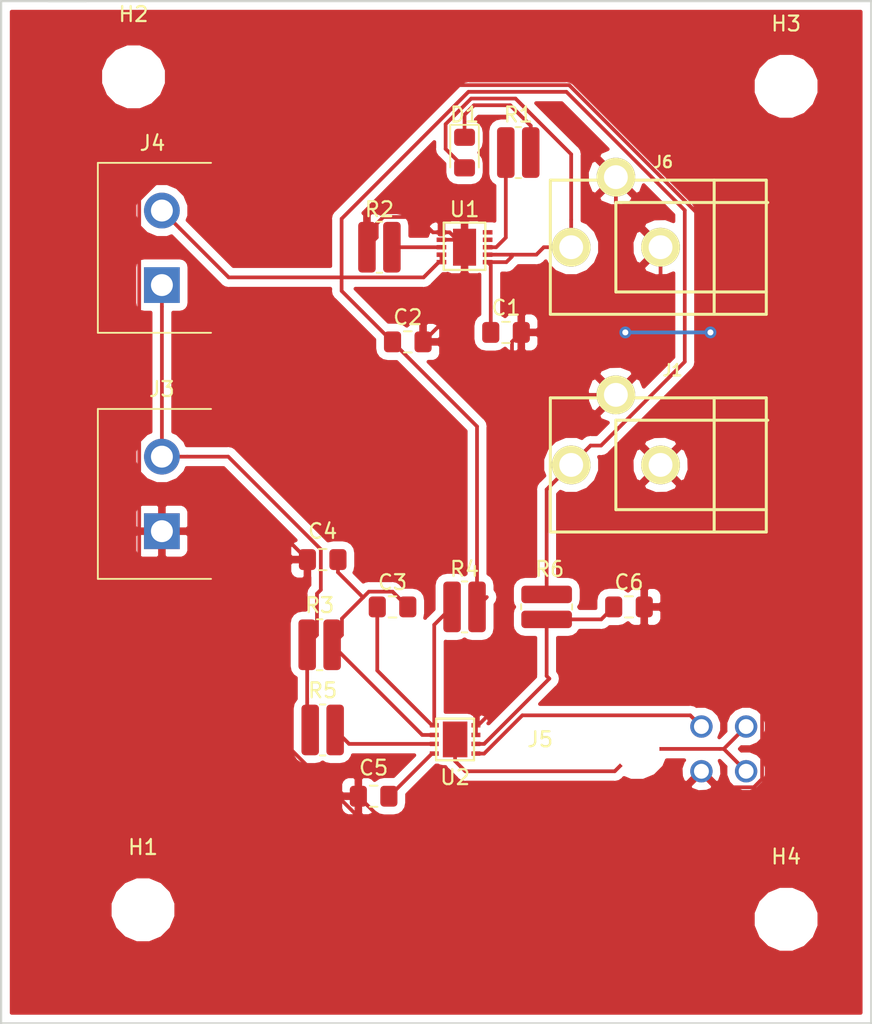
<source format=kicad_pcb>
(kicad_pcb (version 20171130) (host pcbnew "(5.0.1)-3")

  (general
    (thickness 1.6)
    (drawings 5)
    (tracks 167)
    (zones 0)
    (modules 24)
    (nets 16)
  )

  (page A4)
  (layers
    (0 F.Cu signal)
    (31 B.Cu signal)
    (32 B.Adhes user)
    (33 F.Adhes user)
    (34 B.Paste user)
    (35 F.Paste user)
    (36 B.SilkS user)
    (37 F.SilkS user)
    (38 B.Mask user)
    (39 F.Mask user)
    (40 Dwgs.User user)
    (41 Cmts.User user)
    (42 Eco1.User user)
    (43 Eco2.User user)
    (44 Edge.Cuts user)
    (45 Margin user)
    (46 B.CrtYd user)
    (47 F.CrtYd user)
    (48 B.Fab user)
    (49 F.Fab user)
  )

  (setup
    (last_trace_width 0.25)
    (trace_clearance 0.2)
    (zone_clearance 0.508)
    (zone_45_only no)
    (trace_min 0.2)
    (segment_width 0.2)
    (edge_width 0.15)
    (via_size 0.8)
    (via_drill 0.4)
    (via_min_size 0.4)
    (via_min_drill 0.3)
    (uvia_size 0.3)
    (uvia_drill 0.1)
    (uvias_allowed no)
    (uvia_min_size 0.2)
    (uvia_min_drill 0.1)
    (pcb_text_width 0.3)
    (pcb_text_size 1.5 1.5)
    (mod_edge_width 0.15)
    (mod_text_size 1 1)
    (mod_text_width 0.15)
    (pad_size 1.524 1.524)
    (pad_drill 0.762)
    (pad_to_mask_clearance 0.051)
    (solder_mask_min_width 0.25)
    (aux_axis_origin 0 0)
    (visible_elements 7FFFFFFF)
    (pcbplotparams
      (layerselection 0x010fc_ffffffff)
      (usegerberextensions false)
      (usegerberattributes false)
      (usegerberadvancedattributes false)
      (creategerberjobfile false)
      (excludeedgelayer true)
      (linewidth 0.100000)
      (plotframeref false)
      (viasonmask false)
      (mode 1)
      (useauxorigin false)
      (hpglpennumber 1)
      (hpglpenspeed 20)
      (hpglpendiameter 15.000000)
      (psnegative false)
      (psa4output false)
      (plotreference true)
      (plotvalue true)
      (plotinvisibletext false)
      (padsonsilk false)
      (subtractmaskfromsilk false)
      (outputformat 1)
      (mirror false)
      (drillshape 1)
      (scaleselection 1)
      (outputdirectory ""))
  )

  (net 0 "")
  (net 1 GND)
  (net 2 VDD2)
  (net 3 VDD1)
  (net 4 "Net-(C3-Pad1)")
  (net 5 "Net-(C3-Pad2)")
  (net 6 "Net-(C5-Pad1)")
  (net 7 "Net-(C6-Pad1)")
  (net 8 "Net-(D1-Pad1)")
  (net 9 "Net-(R1-Pad2)")
  (net 10 "Net-(R2-Pad1)")
  (net 11 "Net-(J3-Pad2)")
  (net 12 "Net-(R5-Pad2)")
  (net 13 "Net-(U1-Pad4)")
  (net 14 "Net-(U1-Pad5)")
  (net 15 "Net-(J5-Pad2)")

  (net_class Default "This is the default net class."
    (clearance 0.2)
    (trace_width 0.25)
    (via_dia 0.8)
    (via_drill 0.4)
    (uvia_dia 0.3)
    (uvia_drill 0.1)
    (add_net GND)
    (add_net "Net-(C3-Pad1)")
    (add_net "Net-(C3-Pad2)")
    (add_net "Net-(C5-Pad1)")
    (add_net "Net-(C6-Pad1)")
    (add_net "Net-(D1-Pad1)")
    (add_net "Net-(J3-Pad2)")
    (add_net "Net-(J5-Pad2)")
    (add_net "Net-(R1-Pad2)")
    (add_net "Net-(R2-Pad1)")
    (add_net "Net-(R5-Pad2)")
    (add_net "Net-(U1-Pad4)")
    (add_net "Net-(U1-Pad5)")
    (add_net VDD1)
    (add_net VDD2)
  )

  (module Capacitor_SMD:C_0805_2012Metric_Pad1.15x1.40mm_HandSolder (layer F.Cu) (tedit 5B36C52B) (tstamp 5C26A799)
    (at 244.085 80.01)
    (descr "Capacitor SMD 0805 (2012 Metric), square (rectangular) end terminal, IPC_7351 nominal with elongated pad for handsoldering. (Body size source: https://docs.google.com/spreadsheets/d/1BsfQQcO9C6DZCsRaXUlFlo91Tg2WpOkGARC1WS5S8t0/edit?usp=sharing), generated with kicad-footprint-generator")
    (tags "capacitor handsolder")
    (path /5C276D65)
    (attr smd)
    (fp_text reference C1 (at 0 -1.65) (layer F.SilkS)
      (effects (font (size 1 1) (thickness 0.15)))
    )
    (fp_text value 4.7uf (at 0 1.65) (layer F.Fab)
      (effects (font (size 1 1) (thickness 0.15)))
    )
    (fp_line (start -1 0.6) (end -1 -0.6) (layer F.Fab) (width 0.1))
    (fp_line (start -1 -0.6) (end 1 -0.6) (layer F.Fab) (width 0.1))
    (fp_line (start 1 -0.6) (end 1 0.6) (layer F.Fab) (width 0.1))
    (fp_line (start 1 0.6) (end -1 0.6) (layer F.Fab) (width 0.1))
    (fp_line (start -0.261252 -0.71) (end 0.261252 -0.71) (layer F.SilkS) (width 0.12))
    (fp_line (start -0.261252 0.71) (end 0.261252 0.71) (layer F.SilkS) (width 0.12))
    (fp_line (start -1.85 0.95) (end -1.85 -0.95) (layer F.CrtYd) (width 0.05))
    (fp_line (start -1.85 -0.95) (end 1.85 -0.95) (layer F.CrtYd) (width 0.05))
    (fp_line (start 1.85 -0.95) (end 1.85 0.95) (layer F.CrtYd) (width 0.05))
    (fp_line (start 1.85 0.95) (end -1.85 0.95) (layer F.CrtYd) (width 0.05))
    (fp_text user %R (at 0 0) (layer F.Fab)
      (effects (font (size 0.5 0.5) (thickness 0.08)))
    )
    (pad 1 smd roundrect (at -1.025 0) (size 1.15 1.4) (layers F.Cu F.Paste F.Mask) (roundrect_rratio 0.217391)
      (net 2 VDD2))
    (pad 2 smd roundrect (at 1.025 0) (size 1.15 1.4) (layers F.Cu F.Paste F.Mask) (roundrect_rratio 0.217391)
      (net 1 GND))
    (model ${KISYS3DMOD}/Capacitor_SMD.3dshapes/C_0805_2012Metric.wrl
      (at (xyz 0 0 0))
      (scale (xyz 1 1 1))
      (rotate (xyz 0 0 0))
    )
  )

  (module Capacitor_SMD:C_0805_2012Metric_Pad1.15x1.40mm_HandSolder (layer F.Cu) (tedit 5B36C52B) (tstamp 5C26A7AA)
    (at 237.49 80.645)
    (descr "Capacitor SMD 0805 (2012 Metric), square (rectangular) end terminal, IPC_7351 nominal with elongated pad for handsoldering. (Body size source: https://docs.google.com/spreadsheets/d/1BsfQQcO9C6DZCsRaXUlFlo91Tg2WpOkGARC1WS5S8t0/edit?usp=sharing), generated with kicad-footprint-generator")
    (tags "capacitor handsolder")
    (path /5C276E0F)
    (attr smd)
    (fp_text reference C2 (at 0 -1.65) (layer F.SilkS)
      (effects (font (size 1 1) (thickness 0.15)))
    )
    (fp_text value 4.7uf (at 0 1.65) (layer F.Fab)
      (effects (font (size 1 1) (thickness 0.15)))
    )
    (fp_text user %R (at 0 0) (layer F.Fab)
      (effects (font (size 0.5 0.5) (thickness 0.08)))
    )
    (fp_line (start 1.85 0.95) (end -1.85 0.95) (layer F.CrtYd) (width 0.05))
    (fp_line (start 1.85 -0.95) (end 1.85 0.95) (layer F.CrtYd) (width 0.05))
    (fp_line (start -1.85 -0.95) (end 1.85 -0.95) (layer F.CrtYd) (width 0.05))
    (fp_line (start -1.85 0.95) (end -1.85 -0.95) (layer F.CrtYd) (width 0.05))
    (fp_line (start -0.261252 0.71) (end 0.261252 0.71) (layer F.SilkS) (width 0.12))
    (fp_line (start -0.261252 -0.71) (end 0.261252 -0.71) (layer F.SilkS) (width 0.12))
    (fp_line (start 1 0.6) (end -1 0.6) (layer F.Fab) (width 0.1))
    (fp_line (start 1 -0.6) (end 1 0.6) (layer F.Fab) (width 0.1))
    (fp_line (start -1 -0.6) (end 1 -0.6) (layer F.Fab) (width 0.1))
    (fp_line (start -1 0.6) (end -1 -0.6) (layer F.Fab) (width 0.1))
    (pad 2 smd roundrect (at 1.025 0) (size 1.15 1.4) (layers F.Cu F.Paste F.Mask) (roundrect_rratio 0.217391)
      (net 1 GND))
    (pad 1 smd roundrect (at -1.025 0) (size 1.15 1.4) (layers F.Cu F.Paste F.Mask) (roundrect_rratio 0.217391)
      (net 3 VDD1))
    (model ${KISYS3DMOD}/Capacitor_SMD.3dshapes/C_0805_2012Metric.wrl
      (at (xyz 0 0 0))
      (scale (xyz 1 1 1))
      (rotate (xyz 0 0 0))
    )
  )

  (module Capacitor_SMD:C_0805_2012Metric_Pad1.15x1.40mm_HandSolder (layer F.Cu) (tedit 5C26B1BD) (tstamp 5C26B040)
    (at 236.465 98.425)
    (descr "Capacitor SMD 0805 (2012 Metric), square (rectangular) end terminal, IPC_7351 nominal with elongated pad for handsoldering. (Body size source: https://docs.google.com/spreadsheets/d/1BsfQQcO9C6DZCsRaXUlFlo91Tg2WpOkGARC1WS5S8t0/edit?usp=sharing), generated with kicad-footprint-generator")
    (tags "capacitor handsolder")
    (path /5C0244B3)
    (attr smd)
    (fp_text reference C3 (at 0 -1.65) (layer F.SilkS)
      (effects (font (size 1 1) (thickness 0.15)))
    )
    (fp_text value 0.1uf (at 0 1.65) (layer F.Fab) hide
      (effects (font (size 1 1) (thickness 0.15)))
    )
    (fp_line (start -1 0.6) (end -1 -0.6) (layer F.Fab) (width 0.1))
    (fp_line (start -1 -0.6) (end 1 -0.6) (layer F.Fab) (width 0.1))
    (fp_line (start 1 -0.6) (end 1 0.6) (layer F.Fab) (width 0.1))
    (fp_line (start 1 0.6) (end -1 0.6) (layer F.Fab) (width 0.1))
    (fp_line (start -0.261252 -0.71) (end 0.261252 -0.71) (layer F.SilkS) (width 0.12))
    (fp_line (start -0.261252 0.71) (end 0.261252 0.71) (layer F.SilkS) (width 0.12))
    (fp_line (start -1.85 0.95) (end -1.85 -0.95) (layer F.CrtYd) (width 0.05))
    (fp_line (start -1.85 -0.95) (end 1.85 -0.95) (layer F.CrtYd) (width 0.05))
    (fp_line (start 1.85 -0.95) (end 1.85 0.95) (layer F.CrtYd) (width 0.05))
    (fp_line (start 1.85 0.95) (end -1.85 0.95) (layer F.CrtYd) (width 0.05))
    (fp_text user %R (at 0 0) (layer F.Fab)
      (effects (font (size 0.5 0.5) (thickness 0.08)))
    )
    (pad 1 smd roundrect (at -1.025 0) (size 1.15 1.4) (layers F.Cu F.Paste F.Mask) (roundrect_rratio 0.217391)
      (net 4 "Net-(C3-Pad1)"))
    (pad 2 smd roundrect (at 1.025 0) (size 1.15 1.4) (layers F.Cu F.Paste F.Mask) (roundrect_rratio 0.217391)
      (net 5 "Net-(C3-Pad2)"))
    (model ${KISYS3DMOD}/Capacitor_SMD.3dshapes/C_0805_2012Metric.wrl
      (at (xyz 0 0 0))
      (scale (xyz 1 1 1))
      (rotate (xyz 0 0 0))
    )
  )

  (module Capacitor_SMD:C_0805_2012Metric_Pad1.15x1.40mm_HandSolder (layer F.Cu) (tedit 5C26B139) (tstamp 5C26A7CC)
    (at 231.775 95.25 180)
    (descr "Capacitor SMD 0805 (2012 Metric), square (rectangular) end terminal, IPC_7351 nominal with elongated pad for handsoldering. (Body size source: https://docs.google.com/spreadsheets/d/1BsfQQcO9C6DZCsRaXUlFlo91Tg2WpOkGARC1WS5S8t0/edit?usp=sharing), generated with kicad-footprint-generator")
    (tags "capacitor handsolder")
    (path /5C024471)
    (attr smd)
    (fp_text reference C4 (at 0 1.905 180) (layer F.SilkS)
      (effects (font (size 1 1) (thickness 0.15)))
    )
    (fp_text value 0.1uf (at 0 1.65 180) (layer F.Fab) hide
      (effects (font (size 1 1) (thickness 0.15)))
    )
    (fp_text user %R (at 0 0 180) (layer F.Fab)
      (effects (font (size 0.5 0.5) (thickness 0.08)))
    )
    (fp_line (start 1.85 0.95) (end -1.85 0.95) (layer F.CrtYd) (width 0.05))
    (fp_line (start 1.85 -0.95) (end 1.85 0.95) (layer F.CrtYd) (width 0.05))
    (fp_line (start -1.85 -0.95) (end 1.85 -0.95) (layer F.CrtYd) (width 0.05))
    (fp_line (start -1.85 0.95) (end -1.85 -0.95) (layer F.CrtYd) (width 0.05))
    (fp_line (start -0.261252 0.71) (end 0.261252 0.71) (layer F.SilkS) (width 0.12))
    (fp_line (start -0.261252 -0.71) (end 0.261252 -0.71) (layer F.SilkS) (width 0.12))
    (fp_line (start 1 0.6) (end -1 0.6) (layer F.Fab) (width 0.1))
    (fp_line (start 1 -0.6) (end 1 0.6) (layer F.Fab) (width 0.1))
    (fp_line (start -1 -0.6) (end 1 -0.6) (layer F.Fab) (width 0.1))
    (fp_line (start -1 0.6) (end -1 -0.6) (layer F.Fab) (width 0.1))
    (pad 2 smd roundrect (at 1.025 0 180) (size 1.15 1.4) (layers F.Cu F.Paste F.Mask) (roundrect_rratio 0.217391)
      (net 1 GND))
    (pad 1 smd roundrect (at -1.025 0 180) (size 1.15 1.4) (layers F.Cu F.Paste F.Mask) (roundrect_rratio 0.217391)
      (net 5 "Net-(C3-Pad2)"))
    (model ${KISYS3DMOD}/Capacitor_SMD.3dshapes/C_0805_2012Metric.wrl
      (at (xyz 0 0 0))
      (scale (xyz 1 1 1))
      (rotate (xyz 0 0 0))
    )
  )

  (module Capacitor_SMD:C_0805_2012Metric_Pad1.15x1.40mm_HandSolder (layer F.Cu) (tedit 5C26B146) (tstamp 5C26A7DD)
    (at 235.195 111.125 180)
    (descr "Capacitor SMD 0805 (2012 Metric), square (rectangular) end terminal, IPC_7351 nominal with elongated pad for handsoldering. (Body size source: https://docs.google.com/spreadsheets/d/1BsfQQcO9C6DZCsRaXUlFlo91Tg2WpOkGARC1WS5S8t0/edit?usp=sharing), generated with kicad-footprint-generator")
    (tags "capacitor handsolder")
    (path /5C0244F7)
    (attr smd)
    (fp_text reference C5 (at 0 1.905 180) (layer F.SilkS)
      (effects (font (size 1 1) (thickness 0.15)))
    )
    (fp_text value 0.33uf (at 0 -1.905 180) (layer F.Fab) hide
      (effects (font (size 1 1) (thickness 0.15)))
    )
    (fp_text user %R (at 0 0 180) (layer F.Fab)
      (effects (font (size 0.5 0.5) (thickness 0.08)))
    )
    (fp_line (start 1.85 0.95) (end -1.85 0.95) (layer F.CrtYd) (width 0.05))
    (fp_line (start 1.85 -0.95) (end 1.85 0.95) (layer F.CrtYd) (width 0.05))
    (fp_line (start -1.85 -0.95) (end 1.85 -0.95) (layer F.CrtYd) (width 0.05))
    (fp_line (start -1.85 0.95) (end -1.85 -0.95) (layer F.CrtYd) (width 0.05))
    (fp_line (start -0.261252 0.71) (end 0.261252 0.71) (layer F.SilkS) (width 0.12))
    (fp_line (start -0.261252 -0.71) (end 0.261252 -0.71) (layer F.SilkS) (width 0.12))
    (fp_line (start 1 0.6) (end -1 0.6) (layer F.Fab) (width 0.1))
    (fp_line (start 1 -0.6) (end 1 0.6) (layer F.Fab) (width 0.1))
    (fp_line (start -1 -0.6) (end 1 -0.6) (layer F.Fab) (width 0.1))
    (fp_line (start -1 0.6) (end -1 -0.6) (layer F.Fab) (width 0.1))
    (pad 2 smd roundrect (at 1.025 0 180) (size 1.15 1.4) (layers F.Cu F.Paste F.Mask) (roundrect_rratio 0.217391)
      (net 1 GND))
    (pad 1 smd roundrect (at -1.025 0 180) (size 1.15 1.4) (layers F.Cu F.Paste F.Mask) (roundrect_rratio 0.217391)
      (net 6 "Net-(C5-Pad1)"))
    (model ${KISYS3DMOD}/Capacitor_SMD.3dshapes/C_0805_2012Metric.wrl
      (at (xyz 0 0 0))
      (scale (xyz 1 1 1))
      (rotate (xyz 0 0 0))
    )
  )

  (module Capacitor_SMD:C_0805_2012Metric_Pad1.15x1.40mm_HandSolder (layer F.Cu) (tedit 5C26B1C2) (tstamp 5C26A7EE)
    (at 252.34 98.425)
    (descr "Capacitor SMD 0805 (2012 Metric), square (rectangular) end terminal, IPC_7351 nominal with elongated pad for handsoldering. (Body size source: https://docs.google.com/spreadsheets/d/1BsfQQcO9C6DZCsRaXUlFlo91Tg2WpOkGARC1WS5S8t0/edit?usp=sharing), generated with kicad-footprint-generator")
    (tags "capacitor handsolder")
    (path /5C0245CA)
    (attr smd)
    (fp_text reference C6 (at 0 -1.65) (layer F.SilkS)
      (effects (font (size 1 1) (thickness 0.15)))
    )
    (fp_text value 0.1uf (at 0 1.65) (layer F.Fab) hide
      (effects (font (size 1 1) (thickness 0.15)))
    )
    (fp_line (start -1 0.6) (end -1 -0.6) (layer F.Fab) (width 0.1))
    (fp_line (start -1 -0.6) (end 1 -0.6) (layer F.Fab) (width 0.1))
    (fp_line (start 1 -0.6) (end 1 0.6) (layer F.Fab) (width 0.1))
    (fp_line (start 1 0.6) (end -1 0.6) (layer F.Fab) (width 0.1))
    (fp_line (start -0.261252 -0.71) (end 0.261252 -0.71) (layer F.SilkS) (width 0.12))
    (fp_line (start -0.261252 0.71) (end 0.261252 0.71) (layer F.SilkS) (width 0.12))
    (fp_line (start -1.85 0.95) (end -1.85 -0.95) (layer F.CrtYd) (width 0.05))
    (fp_line (start -1.85 -0.95) (end 1.85 -0.95) (layer F.CrtYd) (width 0.05))
    (fp_line (start 1.85 -0.95) (end 1.85 0.95) (layer F.CrtYd) (width 0.05))
    (fp_line (start 1.85 0.95) (end -1.85 0.95) (layer F.CrtYd) (width 0.05))
    (fp_text user %R (at 0 0) (layer F.Fab)
      (effects (font (size 0.5 0.5) (thickness 0.08)))
    )
    (pad 1 smd roundrect (at -1.025 0) (size 1.15 1.4) (layers F.Cu F.Paste F.Mask) (roundrect_rratio 0.217391)
      (net 7 "Net-(C6-Pad1)"))
    (pad 2 smd roundrect (at 1.025 0) (size 1.15 1.4) (layers F.Cu F.Paste F.Mask) (roundrect_rratio 0.217391)
      (net 1 GND))
    (model ${KISYS3DMOD}/Capacitor_SMD.3dshapes/C_0805_2012Metric.wrl
      (at (xyz 0 0 0))
      (scale (xyz 1 1 1))
      (rotate (xyz 0 0 0))
    )
  )

  (module LED_SMD:LED_0805_2012Metric_Pad1.15x1.40mm_HandSolder (layer F.Cu) (tedit 5C26B186) (tstamp 5C26A35C)
    (at 241.3 67.945 270)
    (descr "LED SMD 0805 (2012 Metric), square (rectangular) end terminal, IPC_7351 nominal, (Body size source: https://docs.google.com/spreadsheets/d/1BsfQQcO9C6DZCsRaXUlFlo91Tg2WpOkGARC1WS5S8t0/edit?usp=sharing), generated with kicad-footprint-generator")
    (tags "LED handsolder")
    (path /5C25FF33)
    (attr smd)
    (fp_text reference D1 (at -2.54 0) (layer F.SilkS)
      (effects (font (size 1 1) (thickness 0.15)))
    )
    (fp_text value LED (at 0 1.65 270) (layer F.Fab) hide
      (effects (font (size 1 1) (thickness 0.15)))
    )
    (fp_line (start 1 -0.6) (end -0.7 -0.6) (layer F.Fab) (width 0.1))
    (fp_line (start -0.7 -0.6) (end -1 -0.3) (layer F.Fab) (width 0.1))
    (fp_line (start -1 -0.3) (end -1 0.6) (layer F.Fab) (width 0.1))
    (fp_line (start -1 0.6) (end 1 0.6) (layer F.Fab) (width 0.1))
    (fp_line (start 1 0.6) (end 1 -0.6) (layer F.Fab) (width 0.1))
    (fp_line (start 1 -0.96) (end -1.86 -0.96) (layer F.SilkS) (width 0.12))
    (fp_line (start -1.86 -0.96) (end -1.86 0.96) (layer F.SilkS) (width 0.12))
    (fp_line (start -1.86 0.96) (end 1 0.96) (layer F.SilkS) (width 0.12))
    (fp_line (start -1.85 0.95) (end -1.85 -0.95) (layer F.CrtYd) (width 0.05))
    (fp_line (start -1.85 -0.95) (end 1.85 -0.95) (layer F.CrtYd) (width 0.05))
    (fp_line (start 1.85 -0.95) (end 1.85 0.95) (layer F.CrtYd) (width 0.05))
    (fp_line (start 1.85 0.95) (end -1.85 0.95) (layer F.CrtYd) (width 0.05))
    (fp_text user %R (at 0 0 270) (layer F.Fab)
      (effects (font (size 0.5 0.5) (thickness 0.08)))
    )
    (pad 1 smd roundrect (at -1.025 0 270) (size 1.15 1.4) (layers F.Cu F.Paste F.Mask) (roundrect_rratio 0.217391)
      (net 8 "Net-(D1-Pad1)"))
    (pad 2 smd roundrect (at 1.025 0 270) (size 1.15 1.4) (layers F.Cu F.Paste F.Mask) (roundrect_rratio 0.217391)
      (net 2 VDD2))
    (model ${KISYS3DMOD}/LED_SMD.3dshapes/LED_0805_2012Metric.wrl
      (at (xyz 0 0 0))
      (scale (xyz 1 1 1))
      (rotate (xyz 0 0 0))
    )
  )

  (module MountingHole:MountingHole_3.2mm_M3 (layer F.Cu) (tedit 56D1B4CB) (tstamp 5C26BDDE)
    (at 219.71 118.745)
    (descr "Mounting Hole 3.2mm, no annular, M3")
    (tags "mounting hole 3.2mm no annular m3")
    (path /5C275C54)
    (attr virtual)
    (fp_text reference H1 (at 0 -4.2) (layer F.SilkS)
      (effects (font (size 1 1) (thickness 0.15)))
    )
    (fp_text value MountingHole (at 0 4.2) (layer F.Fab)
      (effects (font (size 1 1) (thickness 0.15)))
    )
    (fp_circle (center 0 0) (end 3.45 0) (layer F.CrtYd) (width 0.05))
    (fp_circle (center 0 0) (end 3.2 0) (layer Cmts.User) (width 0.15))
    (fp_text user %R (at 0.3 0) (layer F.Fab)
      (effects (font (size 1 1) (thickness 0.15)))
    )
    (pad 1 np_thru_hole circle (at 0 0) (size 3.2 3.2) (drill 3.2) (layers *.Cu *.Mask))
  )

  (module MountingHole:MountingHole_3.2mm_M3 (layer F.Cu) (tedit 5C26B15C) (tstamp 5C26A811)
    (at 219.075 62.865)
    (descr "Mounting Hole 3.2mm, no annular, M3")
    (tags "mounting hole 3.2mm no annular m3")
    (path /5C275D24)
    (attr virtual)
    (fp_text reference H2 (at 0 -4.2) (layer F.SilkS)
      (effects (font (size 1 1) (thickness 0.15)))
    )
    (fp_text value MountingHole (at 0 4.2) (layer F.Fab) hide
      (effects (font (size 1 1) (thickness 0.15)))
    )
    (fp_text user %R (at 0.3 0) (layer F.Fab)
      (effects (font (size 1 1) (thickness 0.15)))
    )
    (fp_circle (center 0 0) (end 3.2 0) (layer Cmts.User) (width 0.15))
    (fp_circle (center 0 0) (end 3.45 0) (layer F.CrtYd) (width 0.05))
    (pad 1 np_thru_hole circle (at 0 0) (size 3.2 3.2) (drill 3.2) (layers *.Cu *.Mask))
  )

  (module MountingHole:MountingHole_3.2mm_M3 (layer F.Cu) (tedit 56D1B4CB) (tstamp 5C26A819)
    (at 262.89 63.5)
    (descr "Mounting Hole 3.2mm, no annular, M3")
    (tags "mounting hole 3.2mm no annular m3")
    (path /5C275DF0)
    (attr virtual)
    (fp_text reference H3 (at 0 -4.2) (layer F.SilkS)
      (effects (font (size 1 1) (thickness 0.15)))
    )
    (fp_text value MountingHole (at 0 4.2) (layer F.Fab)
      (effects (font (size 1 1) (thickness 0.15)))
    )
    (fp_circle (center 0 0) (end 3.45 0) (layer F.CrtYd) (width 0.05))
    (fp_circle (center 0 0) (end 3.2 0) (layer Cmts.User) (width 0.15))
    (fp_text user %R (at 0.3 0) (layer F.Fab)
      (effects (font (size 1 1) (thickness 0.15)))
    )
    (pad 1 np_thru_hole circle (at 0 0) (size 3.2 3.2) (drill 3.2) (layers *.Cu *.Mask))
  )

  (module MountingHole:MountingHole_3.2mm_M3 (layer F.Cu) (tedit 56D1B4CB) (tstamp 5C26A821)
    (at 262.89 119.38)
    (descr "Mounting Hole 3.2mm, no annular, M3")
    (tags "mounting hole 3.2mm no annular m3")
    (path /5C275EAA)
    (attr virtual)
    (fp_text reference H4 (at 0 -4.2) (layer F.SilkS)
      (effects (font (size 1 1) (thickness 0.15)))
    )
    (fp_text value MountingHole (at 0 4.2) (layer F.Fab)
      (effects (font (size 1 1) (thickness 0.15)))
    )
    (fp_text user %R (at 0.3 0) (layer F.Fab)
      (effects (font (size 1 1) (thickness 0.15)))
    )
    (fp_circle (center 0 0) (end 3.2 0) (layer Cmts.User) (width 0.15))
    (fp_circle (center 0 0) (end 3.45 0) (layer F.CrtYd) (width 0.05))
    (pad 1 np_thru_hole circle (at 0 0) (size 3.2 3.2) (drill 3.2) (layers *.Cu *.Mask))
  )

  (module BMS:CUI_PJ-102A_2.5mm_DC_JACK (layer F.Cu) (tedit 5C26B1B2) (tstamp 5C26A831)
    (at 251.46 88.9 270)
    (path /5C02E105)
    (fp_text reference J1 (at -6.35 -3.81) (layer F.SilkS)
      (effects (font (size 0.762 0.762) (thickness 0.1524)))
    )
    (fp_text value Barrel_Jack (at 0 0 270) (layer F.SilkS) hide
      (effects (font (size 0.762 0.762) (thickness 0.1524)))
    )
    (fp_text user J2 (at 0.39 0.302 270) (layer F.Fab)
      (effects (font (size 1 1) (thickness 0.15)))
    )
    (fp_line (start 3 -10.1) (end 3 0) (layer F.SilkS) (width 0.2032))
    (fp_line (start 3 0) (end -3 0) (layer F.SilkS) (width 0.2032))
    (fp_line (start -3 0) (end -3 -10.2) (layer F.SilkS) (width 0.2032))
    (fp_line (start -4.5 -6.6) (end 4.5 -6.6) (layer F.SilkS) (width 0.2032))
    (fp_line (start -4.5 4.4) (end 4.5 4.4) (layer F.SilkS) (width 0.2032))
    (fp_line (start 4.5 4.4) (end 4.5 -10.1) (layer F.SilkS) (width 0.2032))
    (fp_line (start 4.5 -10.1) (end -4.5 -10.1) (layer F.SilkS) (width 0.2032))
    (fp_line (start -4.5 -10.1) (end -4.5 4.4) (layer F.SilkS) (width 0.2032))
    (pad 1 thru_hole circle (at 0 3 270) (size 2.6 2.6) (drill 1.6) (layers *.Cu *.Mask F.SilkS)
      (net 3 VDD1))
    (pad 2 thru_hole circle (at 0 -3 270) (size 2.6 2.6) (drill 1.6) (layers *.Cu *.Mask F.SilkS)
      (net 1 GND))
    (pad 3 thru_hole circle (at -4.7 0 270) (size 2.6 2.6) (drill 1.6) (layers *.Cu *.Mask F.SilkS)
      (net 1 GND))
  )

  (module BMS:TerminalBlock_5mm_2POS_ED2600 (layer F.Cu) (tedit 5C26B150) (tstamp 5C26A855)
    (at 220.98 93.345 90)
    (descr "2-way 5.0mm pitch terminal block, http://www.philmore-datak.com/mc/Page%20197.pdf")
    (tags "screw terminal block")
    (path /5C02FDC1)
    (fp_text reference J3 (at 9.525 0 180) (layer F.SilkS)
      (effects (font (size 1 1) (thickness 0.15)))
    )
    (fp_text value Screw_Terminal_01x02 (at 2.5 6.9 90) (layer F.Fab) hide
      (effects (font (size 1 1) (thickness 0.15)))
    )
    (fp_text user %R (at 2.5 0.3 90) (layer F.Fab)
      (effects (font (size 1 1) (thickness 0.15)))
    )
    (fp_line (start 8.2 -4.3) (end 8.2 3.3) (layer F.SilkS) (width 0.12))
    (fp_line (start -3.2 -4.3) (end 8.2 -4.3) (layer F.SilkS) (width 0.12))
    (fp_line (start -3.2 3.3) (end -3.2 -4.3) (layer F.SilkS) (width 0.12))
    (fp_line (start 8.1 -4.2) (end 8.1 3.3) (layer F.Fab) (width 0.1))
    (fp_line (start -3.1 -4.2) (end 8.1 -4.2) (layer F.Fab) (width 0.1))
    (fp_line (start -3.1 3.3) (end -3.1 -4.2) (layer F.Fab) (width 0.1))
    (fp_line (start -3.1 3.3) (end 8.1 3.3) (layer F.Fab) (width 0.1))
    (fp_line (start 8.4 -4.6) (end -3.4 -4.6) (layer F.CrtYd) (width 0.05))
    (fp_line (start 8.4 3.6) (end 8.4 -4.6) (layer F.CrtYd) (width 0.05))
    (fp_line (start -3.4 3.6) (end 8.4 3.6) (layer F.CrtYd) (width 0.05))
    (fp_line (start -3.4 -4.6) (end -3.4 3.6) (layer F.CrtYd) (width 0.05))
    (pad 2 thru_hole circle (at 5 0 90) (size 2.4 2.4) (drill 1.47) (layers *.Cu *.Mask)
      (net 11 "Net-(J3-Pad2)"))
    (pad 1 thru_hole rect (at 0 0 90) (size 2.4 2.4) (drill 1.47) (layers *.Cu *.Mask)
      (net 1 GND))
    (model ${KISYS3DMOD}/Connectors_Terminal_Blocks.3dshapes/TerminalBlock_Philmore_TB132_02x5mm_Straight.wrl
      (at (xyz 0 0 0))
      (scale (xyz 1 1 1))
      (rotate (xyz 0 0 0))
    )
  )

  (module BMS:TerminalBlock_5mm_2POS_ED2600 (layer F.Cu) (tedit 5C26B1DC) (tstamp 5C26A867)
    (at 220.98 76.835 90)
    (descr "2-way 5.0mm pitch terminal block, http://www.philmore-datak.com/mc/Page%20197.pdf")
    (tags "screw terminal block")
    (path /5C02E270)
    (fp_text reference J4 (at 9.525 -0.635 180) (layer F.SilkS)
      (effects (font (size 1 1) (thickness 0.15)))
    )
    (fp_text value Screw_Terminal_01x02 (at 2.5 6.9 90) (layer F.Fab) hide
      (effects (font (size 1 1) (thickness 0.15)))
    )
    (fp_line (start -3.4 -4.6) (end -3.4 3.6) (layer F.CrtYd) (width 0.05))
    (fp_line (start -3.4 3.6) (end 8.4 3.6) (layer F.CrtYd) (width 0.05))
    (fp_line (start 8.4 3.6) (end 8.4 -4.6) (layer F.CrtYd) (width 0.05))
    (fp_line (start 8.4 -4.6) (end -3.4 -4.6) (layer F.CrtYd) (width 0.05))
    (fp_line (start -3.1 3.3) (end 8.1 3.3) (layer F.Fab) (width 0.1))
    (fp_line (start -3.1 3.3) (end -3.1 -4.2) (layer F.Fab) (width 0.1))
    (fp_line (start -3.1 -4.2) (end 8.1 -4.2) (layer F.Fab) (width 0.1))
    (fp_line (start 8.1 -4.2) (end 8.1 3.3) (layer F.Fab) (width 0.1))
    (fp_line (start -3.2 3.3) (end -3.2 -4.3) (layer F.SilkS) (width 0.12))
    (fp_line (start -3.2 -4.3) (end 8.2 -4.3) (layer F.SilkS) (width 0.12))
    (fp_line (start 8.2 -4.3) (end 8.2 3.3) (layer F.SilkS) (width 0.12))
    (fp_text user %R (at 2.5 0.3 90) (layer F.Fab)
      (effects (font (size 1 1) (thickness 0.15)))
    )
    (pad 1 thru_hole rect (at 0 0 90) (size 2.4 2.4) (drill 1.47) (layers *.Cu *.Mask)
      (net 11 "Net-(J3-Pad2)"))
    (pad 2 thru_hole circle (at 5 0 90) (size 2.4 2.4) (drill 1.47) (layers *.Cu *.Mask)
      (net 3 VDD1))
    (model ${KISYS3DMOD}/Connectors_Terminal_Blocks.3dshapes/TerminalBlock_Philmore_TB132_02x5mm_Straight.wrl
      (at (xyz 0 0 0))
      (scale (xyz 1 1 1))
      (rotate (xyz 0 0 0))
    )
  )

  (module BMS:Molex_Micro-Fit_3.0_43045-0400_2x02_P3.00mm_Horizontal (layer F.Cu) (tedit 5C26B116) (tstamp 5C26A87D)
    (at 248.285 107.95 270)
    (descr "Molex Micro-Fit 3.0 Connector System, 43045-0410 (compatible alternatives: 43045-0411, 43045-0409), 2 Pins per row (http://www.molex.com/pdm_docs/sd/430450210_sd.pdf), generated with kicad-footprint-generator")
    (tags "connector Molex Micro-Fit_3.0 top entry")
    (path /5C02FE0A)
    (attr smd)
    (fp_text reference J5 (at -0.635 1.905 180) (layer F.SilkS)
      (effects (font (size 1 1) (thickness 0.15)))
    )
    (fp_text value Conn_01x02_Male (at -3.2 4.9 270) (layer F.Fab) hide
      (effects (font (size 1 1) (thickness 0.15)))
    )
    (fp_line (start 5.4 -13) (end -5.4 -13) (layer F.CrtYd) (width 0.15))
    (fp_line (start 5.4 -3.1) (end 5.4 -13) (layer F.CrtYd) (width 0.15))
    (fp_line (start 4.3 0.5) (end 5.4 -3.1) (layer F.CrtYd) (width 0.15))
    (fp_line (start -4.3 0.5) (end 4.3 0.5) (layer F.CrtYd) (width 0.15))
    (fp_line (start -5.4 -3.2) (end -4.3 0.5) (layer F.CrtYd) (width 0.15))
    (fp_line (start -5.4 -13) (end -5.4 -3.2) (layer F.CrtYd) (width 0.15))
    (fp_line (start 0 0) (end -3.825 0) (layer F.Fab) (width 0.1))
    (fp_line (start -4.825 -3.17) (end -3.825 0) (layer F.Fab) (width 0.1))
    (fp_line (start -4.825 -9.91) (end -4.825 -3.17) (layer F.Fab) (width 0.1))
    (fp_line (start -4.825 -9.91) (end 4.825 -9.91) (layer F.Fab) (width 0.1))
    (fp_line (start 0 0) (end 3.825 0) (layer F.Fab) (width 0.1))
    (fp_line (start 4.8257 -3.17) (end 3.825 0) (layer F.Fab) (width 0.1))
    (fp_line (start 4.825 -9.91) (end 4.825 -3.17) (layer F.Fab) (width 0.1))
    (pad "" np_thru_hole circle (at 0 -4.6 90) (size 3 3) (drill 3) (layers *.Cu *.Mask))
    (pad 1 thru_hole circle (at 1.5 -8.92 90) (size 1.5 1.5) (drill 1) (layers *.Cu *.Mask)
      (net 1 GND))
    (pad 2 thru_hole circle (at -1.5 -8.92 90) (size 1.5 1.5) (drill 1) (layers *.Cu *.Mask)
      (net 15 "Net-(J5-Pad2)"))
    (pad 3 thru_hole circle (at 1.5 -11.92 90) (size 1.5 1.5) (drill 1) (layers *.Cu *.Mask))
    (pad 4 thru_hole circle (at -1.5 -11.92 90) (size 1.5 1.5) (drill 1) (layers *.Cu *.Mask))
    (model ${KISYS3DMOD}/Connector_Molex.3dshapes/Molex_Micro-Fit_3.0_43045-0410_2x02-1MP_P3.00mm_Horizontal.wrl
      (at (xyz 0 0 0))
      (scale (xyz 1 1 1))
      (rotate (xyz 0 0 0))
    )
  )

  (module BMS:CUI_PJ-102A_2.5mm_DC_JACK (layer F.Cu) (tedit 5C26B1A9) (tstamp 5C26A88D)
    (at 251.46 74.295 270)
    (path /5C26C042)
    (fp_text reference J6 (at -5.715 -3.175) (layer F.SilkS)
      (effects (font (size 0.762 0.762) (thickness 0.1524)))
    )
    (fp_text value Barrel_Jack (at 0 0 270) (layer F.SilkS) hide
      (effects (font (size 0.762 0.762) (thickness 0.1524)))
    )
    (fp_line (start -4.5 -10.1) (end -4.5 4.4) (layer F.SilkS) (width 0.2032))
    (fp_line (start 4.5 -10.1) (end -4.5 -10.1) (layer F.SilkS) (width 0.2032))
    (fp_line (start 4.5 4.4) (end 4.5 -10.1) (layer F.SilkS) (width 0.2032))
    (fp_line (start -4.5 4.4) (end 4.5 4.4) (layer F.SilkS) (width 0.2032))
    (fp_line (start -4.5 -6.6) (end 4.5 -6.6) (layer F.SilkS) (width 0.2032))
    (fp_line (start -3 0) (end -3 -10.2) (layer F.SilkS) (width 0.2032))
    (fp_line (start 3 0) (end -3 0) (layer F.SilkS) (width 0.2032))
    (fp_line (start 3 -10.1) (end 3 0) (layer F.SilkS) (width 0.2032))
    (fp_text user J2 (at 0.39 0.302 270) (layer F.Fab)
      (effects (font (size 1 1) (thickness 0.15)))
    )
    (pad 3 thru_hole circle (at -4.7 0 270) (size 2.6 2.6) (drill 1.6) (layers *.Cu *.Mask F.SilkS)
      (net 1 GND))
    (pad 2 thru_hole circle (at 0 -3 270) (size 2.6 2.6) (drill 1.6) (layers *.Cu *.Mask F.SilkS)
      (net 1 GND))
    (pad 1 thru_hole circle (at 0 3 270) (size 2.6 2.6) (drill 1.6) (layers *.Cu *.Mask F.SilkS)
      (net 2 VDD2))
  )

  (module Resistor_SMD:R_0612_1632Metric_Pad1.18x3.40mm_HandSolder (layer F.Cu) (tedit 5C26B18A) (tstamp 5C26A8B0)
    (at 244.9075 67.945 180)
    (descr "Resistor SMD 0612 (1632 Metric), square (rectangular) end terminal, IPC_7351 nominal with elongated pad for handsoldering. (Body size source: https://www.vishay.com/docs/20019/rcwe.pdf), generated with kicad-footprint-generator")
    (tags "resistor handsolder")
    (path /5C265243)
    (attr smd)
    (fp_text reference R1 (at 0 2.54 180) (layer F.SilkS)
      (effects (font (size 1 1) (thickness 0.15)))
    )
    (fp_text value 1K (at 0 -2.54 180) (layer F.Fab) hide
      (effects (font (size 1 1) (thickness 0.15)))
    )
    (fp_text user %R (at 0 0 180) (layer F.Fab)
      (effects (font (size 0.4 0.4) (thickness 0.06)))
    )
    (fp_line (start 1.68 1.95) (end -1.68 1.95) (layer F.CrtYd) (width 0.05))
    (fp_line (start 1.68 -1.95) (end 1.68 1.95) (layer F.CrtYd) (width 0.05))
    (fp_line (start -1.68 -1.95) (end 1.68 -1.95) (layer F.CrtYd) (width 0.05))
    (fp_line (start -1.68 1.95) (end -1.68 -1.95) (layer F.CrtYd) (width 0.05))
    (fp_line (start -0.182983 1.71) (end 0.182983 1.71) (layer F.SilkS) (width 0.12))
    (fp_line (start -0.182983 -1.71) (end 0.182983 -1.71) (layer F.SilkS) (width 0.12))
    (fp_line (start 0.8 1.6) (end -0.8 1.6) (layer F.Fab) (width 0.1))
    (fp_line (start 0.8 -1.6) (end 0.8 1.6) (layer F.Fab) (width 0.1))
    (fp_line (start -0.8 -1.6) (end 0.8 -1.6) (layer F.Fab) (width 0.1))
    (fp_line (start -0.8 1.6) (end -0.8 -1.6) (layer F.Fab) (width 0.1))
    (pad 2 smd roundrect (at 0.8375 0 180) (size 1.175 3.4) (layers F.Cu F.Paste F.Mask) (roundrect_rratio 0.212766)
      (net 9 "Net-(R1-Pad2)"))
    (pad 1 smd roundrect (at -0.8375 0 180) (size 1.175 3.4) (layers F.Cu F.Paste F.Mask) (roundrect_rratio 0.212766)
      (net 8 "Net-(D1-Pad1)"))
    (model ${KISYS3DMOD}/Resistor_SMD.3dshapes/R_0612_1632Metric.wrl
      (at (xyz 0 0 0))
      (scale (xyz 1 1 1))
      (rotate (xyz 0 0 0))
    )
  )

  (module Resistor_SMD:R_0612_1632Metric_Pad1.18x3.40mm_HandSolder (layer F.Cu) (tedit 5C26B16C) (tstamp 5C26A8C1)
    (at 235.585 74.295 180)
    (descr "Resistor SMD 0612 (1632 Metric), square (rectangular) end terminal, IPC_7351 nominal with elongated pad for handsoldering. (Body size source: https://www.vishay.com/docs/20019/rcwe.pdf), generated with kicad-footprint-generator")
    (tags "resistor handsolder")
    (path /5C27227F)
    (attr smd)
    (fp_text reference R2 (at 0 2.54 180) (layer F.SilkS)
      (effects (font (size 1 1) (thickness 0.15)))
    )
    (fp_text value 3K (at 0 -2.54 180) (layer F.Fab) hide
      (effects (font (size 1 1) (thickness 0.15)))
    )
    (fp_line (start -0.8 1.6) (end -0.8 -1.6) (layer F.Fab) (width 0.1))
    (fp_line (start -0.8 -1.6) (end 0.8 -1.6) (layer F.Fab) (width 0.1))
    (fp_line (start 0.8 -1.6) (end 0.8 1.6) (layer F.Fab) (width 0.1))
    (fp_line (start 0.8 1.6) (end -0.8 1.6) (layer F.Fab) (width 0.1))
    (fp_line (start -0.182983 -1.71) (end 0.182983 -1.71) (layer F.SilkS) (width 0.12))
    (fp_line (start -0.182983 1.71) (end 0.182983 1.71) (layer F.SilkS) (width 0.12))
    (fp_line (start -1.68 1.95) (end -1.68 -1.95) (layer F.CrtYd) (width 0.05))
    (fp_line (start -1.68 -1.95) (end 1.68 -1.95) (layer F.CrtYd) (width 0.05))
    (fp_line (start 1.68 -1.95) (end 1.68 1.95) (layer F.CrtYd) (width 0.05))
    (fp_line (start 1.68 1.95) (end -1.68 1.95) (layer F.CrtYd) (width 0.05))
    (fp_text user %R (at 0 0 180) (layer F.Fab)
      (effects (font (size 0.4 0.4) (thickness 0.06)))
    )
    (pad 1 smd roundrect (at -0.8375 0 180) (size 1.175 3.4) (layers F.Cu F.Paste F.Mask) (roundrect_rratio 0.212766)
      (net 10 "Net-(R2-Pad1)"))
    (pad 2 smd roundrect (at 0.8375 0 180) (size 1.175 3.4) (layers F.Cu F.Paste F.Mask) (roundrect_rratio 0.212766)
      (net 1 GND))
    (model ${KISYS3DMOD}/Resistor_SMD.3dshapes/R_0612_1632Metric.wrl
      (at (xyz 0 0 0))
      (scale (xyz 1 1 1))
      (rotate (xyz 0 0 0))
    )
  )

  (module Resistor_SMD:R_0612_1632Metric_Pad1.18x3.40mm_HandSolder (layer F.Cu) (tedit 5C26B140) (tstamp 5C26A8D2)
    (at 231.5725 100.965)
    (descr "Resistor SMD 0612 (1632 Metric), square (rectangular) end terminal, IPC_7351 nominal with elongated pad for handsoldering. (Body size source: https://www.vishay.com/docs/20019/rcwe.pdf), generated with kicad-footprint-generator")
    (tags "resistor handsolder")
    (path /5C0243F6)
    (attr smd)
    (fp_text reference R3 (at 0 -2.65) (layer F.SilkS)
      (effects (font (size 1 1) (thickness 0.15)))
    )
    (fp_text value 260 (at 0 2.65) (layer F.Fab) hide
      (effects (font (size 1 1) (thickness 0.15)))
    )
    (fp_line (start -0.8 1.6) (end -0.8 -1.6) (layer F.Fab) (width 0.1))
    (fp_line (start -0.8 -1.6) (end 0.8 -1.6) (layer F.Fab) (width 0.1))
    (fp_line (start 0.8 -1.6) (end 0.8 1.6) (layer F.Fab) (width 0.1))
    (fp_line (start 0.8 1.6) (end -0.8 1.6) (layer F.Fab) (width 0.1))
    (fp_line (start -0.182983 -1.71) (end 0.182983 -1.71) (layer F.SilkS) (width 0.12))
    (fp_line (start -0.182983 1.71) (end 0.182983 1.71) (layer F.SilkS) (width 0.12))
    (fp_line (start -1.68 1.95) (end -1.68 -1.95) (layer F.CrtYd) (width 0.05))
    (fp_line (start -1.68 -1.95) (end 1.68 -1.95) (layer F.CrtYd) (width 0.05))
    (fp_line (start 1.68 -1.95) (end 1.68 1.95) (layer F.CrtYd) (width 0.05))
    (fp_line (start 1.68 1.95) (end -1.68 1.95) (layer F.CrtYd) (width 0.05))
    (fp_text user %R (at 0 0) (layer F.Fab)
      (effects (font (size 0.4 0.4) (thickness 0.06)))
    )
    (pad 1 smd roundrect (at -0.8375 0) (size 1.175 3.4) (layers F.Cu F.Paste F.Mask) (roundrect_rratio 0.212766)
      (net 11 "Net-(J3-Pad2)"))
    (pad 2 smd roundrect (at 0.8375 0) (size 1.175 3.4) (layers F.Cu F.Paste F.Mask) (roundrect_rratio 0.212766)
      (net 5 "Net-(C3-Pad2)"))
    (model ${KISYS3DMOD}/Resistor_SMD.3dshapes/R_0612_1632Metric.wrl
      (at (xyz 0 0 0))
      (scale (xyz 1 1 1))
      (rotate (xyz 0 0 0))
    )
  )

  (module Resistor_SMD:R_0612_1632Metric_Pad1.18x3.40mm_HandSolder (layer F.Cu) (tedit 5C26B12C) (tstamp 5C26A8E3)
    (at 241.3 98.425 180)
    (descr "Resistor SMD 0612 (1632 Metric), square (rectangular) end terminal, IPC_7351 nominal with elongated pad for handsoldering. (Body size source: https://www.vishay.com/docs/20019/rcwe.pdf), generated with kicad-footprint-generator")
    (tags "resistor handsolder")
    (path /5C0243CF)
    (attr smd)
    (fp_text reference R4 (at 0 2.54) (layer F.SilkS)
      (effects (font (size 1 1) (thickness 0.15)))
    )
    (fp_text value 160 (at 0 2.65 180) (layer F.Fab) hide
      (effects (font (size 1 1) (thickness 0.15)))
    )
    (fp_text user %R (at 0 0 180) (layer F.Fab)
      (effects (font (size 0.4 0.4) (thickness 0.06)))
    )
    (fp_line (start 1.68 1.95) (end -1.68 1.95) (layer F.CrtYd) (width 0.05))
    (fp_line (start 1.68 -1.95) (end 1.68 1.95) (layer F.CrtYd) (width 0.05))
    (fp_line (start -1.68 -1.95) (end 1.68 -1.95) (layer F.CrtYd) (width 0.05))
    (fp_line (start -1.68 1.95) (end -1.68 -1.95) (layer F.CrtYd) (width 0.05))
    (fp_line (start -0.182983 1.71) (end 0.182983 1.71) (layer F.SilkS) (width 0.12))
    (fp_line (start -0.182983 -1.71) (end 0.182983 -1.71) (layer F.SilkS) (width 0.12))
    (fp_line (start 0.8 1.6) (end -0.8 1.6) (layer F.Fab) (width 0.1))
    (fp_line (start 0.8 -1.6) (end 0.8 1.6) (layer F.Fab) (width 0.1))
    (fp_line (start -0.8 -1.6) (end 0.8 -1.6) (layer F.Fab) (width 0.1))
    (fp_line (start -0.8 1.6) (end -0.8 -1.6) (layer F.Fab) (width 0.1))
    (pad 2 smd roundrect (at 0.8375 0 180) (size 1.175 3.4) (layers F.Cu F.Paste F.Mask) (roundrect_rratio 0.212766)
      (net 4 "Net-(C3-Pad1)"))
    (pad 1 smd roundrect (at -0.8375 0 180) (size 1.175 3.4) (layers F.Cu F.Paste F.Mask) (roundrect_rratio 0.212766)
      (net 3 VDD1))
    (model ${KISYS3DMOD}/Resistor_SMD.3dshapes/R_0612_1632Metric.wrl
      (at (xyz 0 0 0))
      (scale (xyz 1 1 1))
      (rotate (xyz 0 0 0))
    )
  )

  (module Resistor_SMD:R_0612_1632Metric_Pad1.18x3.40mm_HandSolder (layer F.Cu) (tedit 5C26B143) (tstamp 5C26A8F4)
    (at 231.775 106.68)
    (descr "Resistor SMD 0612 (1632 Metric), square (rectangular) end terminal, IPC_7351 nominal with elongated pad for handsoldering. (Body size source: https://www.vishay.com/docs/20019/rcwe.pdf), generated with kicad-footprint-generator")
    (tags "resistor handsolder")
    (path /5C024420)
    (attr smd)
    (fp_text reference R5 (at 0 -2.65) (layer F.SilkS)
      (effects (font (size 1 1) (thickness 0.15)))
    )
    (fp_text value 100 (at 0 2.65) (layer F.Fab) hide
      (effects (font (size 1 1) (thickness 0.15)))
    )
    (fp_text user %R (at 0 0) (layer F.Fab)
      (effects (font (size 0.4 0.4) (thickness 0.06)))
    )
    (fp_line (start 1.68 1.95) (end -1.68 1.95) (layer F.CrtYd) (width 0.05))
    (fp_line (start 1.68 -1.95) (end 1.68 1.95) (layer F.CrtYd) (width 0.05))
    (fp_line (start -1.68 -1.95) (end 1.68 -1.95) (layer F.CrtYd) (width 0.05))
    (fp_line (start -1.68 1.95) (end -1.68 -1.95) (layer F.CrtYd) (width 0.05))
    (fp_line (start -0.182983 1.71) (end 0.182983 1.71) (layer F.SilkS) (width 0.12))
    (fp_line (start -0.182983 -1.71) (end 0.182983 -1.71) (layer F.SilkS) (width 0.12))
    (fp_line (start 0.8 1.6) (end -0.8 1.6) (layer F.Fab) (width 0.1))
    (fp_line (start 0.8 -1.6) (end 0.8 1.6) (layer F.Fab) (width 0.1))
    (fp_line (start -0.8 -1.6) (end 0.8 -1.6) (layer F.Fab) (width 0.1))
    (fp_line (start -0.8 1.6) (end -0.8 -1.6) (layer F.Fab) (width 0.1))
    (pad 2 smd roundrect (at 0.8375 0) (size 1.175 3.4) (layers F.Cu F.Paste F.Mask) (roundrect_rratio 0.212766)
      (net 12 "Net-(R5-Pad2)"))
    (pad 1 smd roundrect (at -0.8375 0) (size 1.175 3.4) (layers F.Cu F.Paste F.Mask) (roundrect_rratio 0.212766)
      (net 11 "Net-(J3-Pad2)"))
    (model ${KISYS3DMOD}/Resistor_SMD.3dshapes/R_0612_1632Metric.wrl
      (at (xyz 0 0 0))
      (scale (xyz 1 1 1))
      (rotate (xyz 0 0 0))
    )
  )

  (module Resistor_SMD:R_0612_1632Metric_Pad1.18x3.40mm_HandSolder (layer F.Cu) (tedit 5C26B1C0) (tstamp 5C26A905)
    (at 246.8125 98.425 270)
    (descr "Resistor SMD 0612 (1632 Metric), square (rectangular) end terminal, IPC_7351 nominal with elongated pad for handsoldering. (Body size source: https://www.vishay.com/docs/20019/rcwe.pdf), generated with kicad-footprint-generator")
    (tags "resistor handsolder")
    (path /5C024447)
    (attr smd)
    (fp_text reference R6 (at -2.54 -0.2025) (layer F.SilkS)
      (effects (font (size 1 1) (thickness 0.15)))
    )
    (fp_text value 100 (at 0 2.65 270) (layer F.Fab) hide
      (effects (font (size 1 1) (thickness 0.15)))
    )
    (fp_line (start -0.8 1.6) (end -0.8 -1.6) (layer F.Fab) (width 0.1))
    (fp_line (start -0.8 -1.6) (end 0.8 -1.6) (layer F.Fab) (width 0.1))
    (fp_line (start 0.8 -1.6) (end 0.8 1.6) (layer F.Fab) (width 0.1))
    (fp_line (start 0.8 1.6) (end -0.8 1.6) (layer F.Fab) (width 0.1))
    (fp_line (start -0.182983 -1.71) (end 0.182983 -1.71) (layer F.SilkS) (width 0.12))
    (fp_line (start -0.182983 1.71) (end 0.182983 1.71) (layer F.SilkS) (width 0.12))
    (fp_line (start -1.68 1.95) (end -1.68 -1.95) (layer F.CrtYd) (width 0.05))
    (fp_line (start -1.68 -1.95) (end 1.68 -1.95) (layer F.CrtYd) (width 0.05))
    (fp_line (start 1.68 -1.95) (end 1.68 1.95) (layer F.CrtYd) (width 0.05))
    (fp_line (start 1.68 1.95) (end -1.68 1.95) (layer F.CrtYd) (width 0.05))
    (fp_text user %R (at 0 0 270) (layer F.Fab)
      (effects (font (size 0.4 0.4) (thickness 0.06)))
    )
    (pad 1 smd roundrect (at -0.8375 0 270) (size 1.175 3.4) (layers F.Cu F.Paste F.Mask) (roundrect_rratio 0.212766)
      (net 3 VDD1))
    (pad 2 smd roundrect (at 0.8375 0 270) (size 1.175 3.4) (layers F.Cu F.Paste F.Mask) (roundrect_rratio 0.212766)
      (net 7 "Net-(C6-Pad1)"))
    (model ${KISYS3DMOD}/Resistor_SMD.3dshapes/R_0612_1632Metric.wrl
      (at (xyz 0 0 0))
      (scale (xyz 1 1 1))
      (rotate (xyz 0 0 0))
    )
  )

  (module BMS:MCP73213 (layer F.Cu) (tedit 5C26B179) (tstamp 5C26A918)
    (at 241.3 74.295 90)
    (path /5C25A320)
    (fp_text reference U1 (at 2.54 0 180) (layer F.SilkS)
      (effects (font (size 1 1) (thickness 0.15)))
    )
    (fp_text value MCP73213 (at -2.54 0.635 180) (layer F.Fab) hide
      (effects (font (size 1 1) (thickness 0.15)))
    )
    (fp_line (start 1.651 -1.397) (end 1.651 1.397) (layer F.SilkS) (width 0.15))
    (fp_line (start 1.651 1.397) (end -1.524 1.397) (layer F.SilkS) (width 0.15))
    (fp_line (start -1.524 1.397) (end -1.524 -1.397) (layer F.SilkS) (width 0.15))
    (fp_line (start -1.524 -1.397) (end 1.651 -1.397) (layer F.SilkS) (width 0.15))
    (pad 11 smd rect (at 0 0 90) (size 2.48 1.55) (layers F.Cu F.Paste F.Mask)
      (net 1 GND))
    (pad 8 smd rect (at 0 -1.55 90) (size 0.3 0.65) (layers F.Cu F.Paste F.Mask)
      (net 10 "Net-(R2-Pad1)"))
    (pad 10 smd rect (at 1 -1.55 90) (size 0.3 0.65) (layers F.Cu F.Paste F.Mask)
      (net 1 GND))
    (pad 7 smd rect (at -0.5 -1.55 90) (size 0.3 0.65) (layers F.Cu F.Paste F.Mask)
      (net 3 VDD1))
    (pad 6 smd rect (at -1 -1.55 90) (size 0.3 0.65) (layers F.Cu F.Paste F.Mask)
      (net 3 VDD1))
    (pad 9 smd rect (at 0.5 -1.55 90) (size 0.3 0.65) (layers F.Cu F.Paste F.Mask)
      (net 1 GND))
    (pad 1 smd rect (at -1 1.55 90) (size 0.3 0.65) (layers F.Cu F.Paste F.Mask)
      (net 2 VDD2))
    (pad 2 smd rect (at -0.5 1.55 90) (size 0.3 0.65) (layers F.Cu F.Paste F.Mask)
      (net 2 VDD2))
    (pad 3 smd rect (at 0 1.55 90) (size 0.3 0.65) (layers F.Cu F.Paste F.Mask)
      (net 9 "Net-(R1-Pad2)"))
    (pad 4 smd rect (at 0.5 1.55 90) (size 0.3 0.65) (layers F.Cu F.Paste F.Mask)
      (net 13 "Net-(U1-Pad4)"))
    (pad 5 smd rect (at 1 1.55 90) (size 0.3 0.65) (layers F.Cu F.Paste F.Mask)
      (net 14 "Net-(U1-Pad5)"))
  )

  (module BMS:bq29209_1 (layer F.Cu) (tedit 5C26B10B) (tstamp 5C26A92A)
    (at 240.665 107.315)
    (path /5C02FB92)
    (fp_text reference U2 (at 0 2.54) (layer F.SilkS)
      (effects (font (size 1 1) (thickness 0.15)))
    )
    (fp_text value bq2920 (at 0 -3.175) (layer F.Fab) hide
      (effects (font (size 1 1) (thickness 0.15)))
    )
    (fp_line (start 1.27 -1.143) (end 1.27 1.397) (layer F.SilkS) (width 0.15))
    (fp_line (start 1.27 1.397) (end -1.27 1.397) (layer F.SilkS) (width 0.15))
    (fp_line (start -1.27 1.397) (end -1.27 -1.397) (layer F.SilkS) (width 0.15))
    (fp_line (start -1.27 -1.397) (end 1.27 -1.397) (layer F.SilkS) (width 0.15))
    (fp_line (start 1.27 -1.397) (end 1.27 -1.143) (layer F.SilkS) (width 0.15))
    (pad 9 smd rect (at 0 0) (size 1.65 2.4) (layers F.Cu F.Paste F.Mask)
      (zone_connect 0))
    (pad 5 smd rect (at 1.4 -0.95) (size 0.6 0.3) (layers F.Cu F.Paste F.Mask)
      (net 1 GND))
    (pad 6 smd rect (at 1.4 -0.3) (size 0.6 0.3) (layers F.Cu F.Paste F.Mask)
      (net 1 GND))
    (pad 7 smd rect (at 1.4 0.3) (size 0.6 0.3) (layers F.Cu F.Paste F.Mask)
      (net 7 "Net-(C6-Pad1)"))
    (pad 8 smd rect (at 1.4 0.95) (size 0.6 0.3) (layers F.Cu F.Paste F.Mask)
      (net 15 "Net-(J5-Pad2)"))
    (pad 1 smd rect (at -1.4 -0.95) (size 0.6 0.3) (layers F.Cu F.Paste F.Mask)
      (net 4 "Net-(C3-Pad1)"))
    (pad 2 smd rect (at -1.4 -0.3) (size 0.6 0.3) (layers F.Cu F.Paste F.Mask)
      (net 5 "Net-(C3-Pad2)"))
    (pad 3 smd rect (at -1.4 0.3) (size 0.6 0.3) (layers F.Cu F.Paste F.Mask)
      (net 12 "Net-(R5-Pad2)"))
    (pad 4 smd rect (at -1.4 0.95) (size 0.6 0.3) (layers F.Cu F.Paste F.Mask)
      (net 6 "Net-(C5-Pad1)"))
  )

  (gr_line (start 210.185 57.785) (end 215.9 57.785) (layer Edge.Cuts) (width 0.15))
  (gr_line (start 210.185 126.365) (end 210.185 57.785) (layer Edge.Cuts) (width 0.15))
  (gr_line (start 268.605 126.365) (end 210.185 126.365) (layer Edge.Cuts) (width 0.15))
  (gr_line (start 268.605 57.785) (end 268.605 126.365) (layer Edge.Cuts) (width 0.15))
  (gr_line (start 213.36 57.785) (end 268.605 57.785) (layer Edge.Cuts) (width 0.15))

  (segment (start 240.665 108.765) (end 240.665 107.315) (width 0.25) (layer F.Cu) (net 0))
  (segment (start 241.349999 109.449999) (end 240.665 108.765) (width 0.25) (layer F.Cu) (net 0))
  (segment (start 251.385001 109.449999) (end 241.349999 109.449999) (width 0.25) (layer F.Cu) (net 0))
  (segment (start 252.885 107.95) (end 251.385001 109.449999) (width 0.25) (layer F.Cu) (net 0))
  (segment (start 260.205 106.45) (end 258.705 107.95) (width 0.25) (layer F.Cu) (net 0))
  (segment (start 258.705 107.95) (end 258.445 107.95) (width 0.25) (layer F.Cu) (net 0))
  (segment (start 260.205 109.45) (end 258.705 107.95) (width 0.25) (layer F.Cu) (net 0))
  (segment (start 258.445 107.95) (end 252.885 107.95) (width 0.25) (layer F.Cu) (net 0))
  (segment (start 240.8 73.795) (end 239.75 73.795) (width 0.25) (layer F.Cu) (net 1))
  (segment (start 241.3 74.295) (end 240.8 73.795) (width 0.25) (layer F.Cu) (net 1))
  (segment (start 239.175 73.295) (end 239.75 73.295) (width 0.25) (layer F.Cu) (net 1))
  (segment (start 238.14999 72.26999) (end 239.175 73.295) (width 0.25) (layer F.Cu) (net 1))
  (segment (start 235.84682 72.26999) (end 238.14999 72.26999) (width 0.25) (layer F.Cu) (net 1))
  (segment (start 235.40571 72.7111) (end 235.84682 72.26999) (width 0.25) (layer F.Cu) (net 1))
  (segment (start 235.40571 73.63679) (end 235.40571 72.7111) (width 0.25) (layer F.Cu) (net 1))
  (segment (start 234.7475 74.295) (end 235.40571 73.63679) (width 0.25) (layer F.Cu) (net 1))
  (segment (start 240.3 73.295) (end 241.3 74.295) (width 0.25) (layer F.Cu) (net 1))
  (segment (start 239.75 73.295) (end 240.3 73.295) (width 0.25) (layer F.Cu) (net 1))
  (segment (start 255.759999 90.199999) (end 254.46 88.9) (width 0.25) (layer F.Cu) (net 1))
  (segment (start 261.280001 95.720001) (end 255.759999 90.199999) (width 0.25) (layer F.Cu) (net 1))
  (segment (start 260.721001 110.525001) (end 261.280001 109.966001) (width 0.25) (layer F.Cu) (net 1))
  (segment (start 258.280001 110.525001) (end 260.721001 110.525001) (width 0.25) (layer F.Cu) (net 1))
  (segment (start 257.205 109.45) (end 258.280001 110.525001) (width 0.25) (layer F.Cu) (net 1))
  (segment (start 234.793372 111.748372) (end 234.17 111.125) (width 0.25) (layer F.Cu) (net 1))
  (segment (start 236.71 113.665) (end 234.793372 111.748372) (width 0.25) (layer F.Cu) (net 1))
  (segment (start 257.205 109.45) (end 252.99 113.665) (width 0.25) (layer F.Cu) (net 1))
  (segment (start 235.32181 113.665) (end 237.49 113.665) (width 0.25) (layer F.Cu) (net 1))
  (segment (start 220.98 93.345) (end 220.98 99.32319) (width 0.25) (layer F.Cu) (net 1))
  (segment (start 252.99 113.665) (end 237.49 113.665) (width 0.25) (layer F.Cu) (net 1))
  (segment (start 237.49 113.665) (end 236.71 113.665) (width 0.25) (layer F.Cu) (net 1))
  (segment (start 220.98 94.795) (end 220.98 93.345) (width 0.25) (layer F.Cu) (net 1))
  (segment (start 228.845 93.345) (end 230.75 95.25) (width 0.25) (layer F.Cu) (net 1))
  (segment (start 220.98 93.345) (end 228.845 93.345) (width 0.25) (layer F.Cu) (net 1))
  (segment (start 258.740001 98.425) (end 261.280001 95.885) (width 0.25) (layer F.Cu) (net 1))
  (segment (start 253.365 98.425) (end 258.740001 98.425) (width 0.25) (layer F.Cu) (net 1))
  (segment (start 261.280001 109.966001) (end 261.280001 95.885) (width 0.25) (layer F.Cu) (net 1))
  (segment (start 261.280001 95.885) (end 261.280001 95.720001) (width 0.25) (layer F.Cu) (net 1))
  (segment (start 242.065 106.365) (end 242.065 107.015) (width 0.25) (layer F.Cu) (net 1))
  (segment (start 244.486628 80.633372) (end 245.11 80.01) (width 0.25) (layer F.Cu) (net 1))
  (segment (start 242.215 106.365) (end 244.486628 104.093372) (width 0.25) (layer F.Cu) (net 1))
  (segment (start 242.065 106.365) (end 242.215 106.365) (width 0.25) (layer F.Cu) (net 1))
  (segment (start 251.46 71.295) (end 251.46 69.595) (width 0.25) (layer F.Cu) (net 1))
  (segment (start 254.46 74.295) (end 251.46 71.295) (width 0.25) (layer F.Cu) (net 1))
  (segment (start 248.745 80.01) (end 248.92 79.835) (width 0.25) (layer F.Cu) (net 1))
  (segment (start 245.11 80.01) (end 248.745 80.01) (width 0.25) (layer F.Cu) (net 1))
  (segment (start 248.92 79.835) (end 254.46 74.295) (width 0.25) (layer F.Cu) (net 1))
  (segment (start 248.92 83.498477) (end 248.92 79.835) (width 0.25) (layer F.Cu) (net 1))
  (segment (start 251.46 84.2) (end 249.621523 84.2) (width 0.25) (layer F.Cu) (net 1))
  (segment (start 249.621523 84.2) (end 248.92 83.498477) (width 0.25) (layer F.Cu) (net 1))
  (segment (start 241.3 77.86) (end 241.3 74.295) (width 0.25) (layer F.Cu) (net 1))
  (segment (start 219.454999 97.798189) (end 221.35181 99.695) (width 0.25) (layer F.Cu) (net 1))
  (segment (start 227.138027 63.419971) (end 219.454999 71.102999) (width 0.25) (layer F.Cu) (net 1))
  (segment (start 248.326383 63.419971) (end 227.138027 63.419971) (width 0.25) (layer F.Cu) (net 1))
  (segment (start 257.175 86.185) (end 257.175 72.268588) (width 0.25) (layer F.Cu) (net 1))
  (segment (start 254.46 88.9) (end 257.175 86.185) (width 0.25) (layer F.Cu) (net 1))
  (segment (start 257.175 72.268588) (end 248.326383 63.419971) (width 0.25) (layer F.Cu) (net 1))
  (segment (start 221.35181 99.695) (end 235.32181 113.665) (width 0.25) (layer F.Cu) (net 1))
  (segment (start 220.98 99.32319) (end 221.35181 99.695) (width 0.25) (layer F.Cu) (net 1))
  (segment (start 240.03 79.998372) (end 244.486628 84.455) (width 0.25) (layer F.Cu) (net 1))
  (segment (start 240.03 79.13) (end 240.03 79.998372) (width 0.25) (layer F.Cu) (net 1))
  (segment (start 244.486628 84.455) (end 244.486628 80.633372) (width 0.25) (layer F.Cu) (net 1))
  (segment (start 244.486628 85.09) (end 244.486628 84.455) (width 0.25) (layer F.Cu) (net 1))
  (segment (start 240.03 79.13) (end 241.3 77.86) (width 0.25) (layer F.Cu) (net 1))
  (segment (start 238.515 80.645) (end 240.03 79.13) (width 0.25) (layer F.Cu) (net 1))
  (segment (start 244.486628 104.093372) (end 244.486628 85.09) (width 0.25) (layer F.Cu) (net 1))
  (segment (start 219.454999 71.102999) (end 219.454999 97.798189) (width 0.25) (layer F.Cu) (net 1))
  (segment (start 254.46 76.133477) (end 254 76.593477) (width 0.25) (layer F.Cu) (net 1))
  (segment (start 254.46 74.295) (end 254.46 76.133477) (width 0.25) (layer F.Cu) (net 1))
  (via (at 252.095 80.01) (size 0.8) (drill 0.4) (layers F.Cu B.Cu) (net 1))
  (segment (start 254 76.593477) (end 254 78.105) (width 0.25) (layer F.Cu) (net 1))
  (segment (start 254 78.105) (end 252.095 80.01) (width 0.25) (layer F.Cu) (net 1))
  (segment (start 254.46 88.9) (end 257.81 85.55) (width 0.25) (layer F.Cu) (net 1))
  (via (at 257.81 80.01) (size 0.8) (drill 0.4) (layers F.Cu B.Cu) (net 1))
  (segment (start 257.81 85.55) (end 257.81 80.01) (width 0.25) (layer F.Cu) (net 1))
  (segment (start 257.81 80.01) (end 252.095 80.01) (width 0.25) (layer B.Cu) (net 1))
  (segment (start 243.425 74.795) (end 242.85 74.795) (width 0.25) (layer F.Cu) (net 2))
  (segment (start 246.621523 74.295) (end 246.121523 74.795) (width 0.25) (layer F.Cu) (net 2))
  (segment (start 248.46 74.295) (end 246.621523 74.295) (width 0.25) (layer F.Cu) (net 2))
  (segment (start 242.85 75.295) (end 244.11 75.295) (width 0.25) (layer F.Cu) (net 2))
  (segment (start 244.475 74.93) (end 244.475 74.795) (width 0.25) (layer F.Cu) (net 2))
  (segment (start 244.11 75.295) (end 244.475 74.93) (width 0.25) (layer F.Cu) (net 2))
  (segment (start 246.121523 74.795) (end 244.475 74.795) (width 0.25) (layer F.Cu) (net 2))
  (segment (start 244.475 74.795) (end 243.425 74.795) (width 0.25) (layer F.Cu) (net 2))
  (segment (start 248.46 72.456523) (end 248.46 74.295) (width 0.25) (layer F.Cu) (net 2))
  (segment (start 248.46 68.05931) (end 248.46 72.456523) (width 0.25) (layer F.Cu) (net 2))
  (segment (start 244.72068 64.31999) (end 248.46 68.05931) (width 0.25) (layer F.Cu) (net 2))
  (segment (start 241.7486 64.31999) (end 244.72068 64.31999) (width 0.25) (layer F.Cu) (net 2))
  (segment (start 240.03 66.03859) (end 241.7486 64.31999) (width 0.25) (layer F.Cu) (net 2))
  (segment (start 240.03 67.7) (end 240.03 66.03859) (width 0.25) (layer F.Cu) (net 2))
  (segment (start 241.3 68.97) (end 240.03 67.7) (width 0.25) (layer F.Cu) (net 2))
  (segment (start 243.06 75.505) (end 242.85 75.295) (width 0.25) (layer F.Cu) (net 2))
  (segment (start 243.06 80.01) (end 243.06 75.505) (width 0.25) (layer F.Cu) (net 2))
  (segment (start 239.75 74.795) (end 239.75 75.295) (width 0.25) (layer F.Cu) (net 3))
  (segment (start 222.179999 73.034999) (end 220.98 71.835) (width 0.25) (layer F.Cu) (net 3))
  (segment (start 225.46501 76.32001) (end 222.179999 73.034999) (width 0.25) (layer F.Cu) (net 3))
  (segment (start 239.75 75.295) (end 239.575 75.295) (width 0.25) (layer F.Cu) (net 3))
  (segment (start 238.67 76.2) (end 238.54999 76.32001) (width 0.25) (layer F.Cu) (net 3))
  (segment (start 239.575 75.295) (end 238.67 76.2) (width 0.25) (layer F.Cu) (net 3))
  (segment (start 242.1375 98.425) (end 242.79571 97.76679) (width 0.25) (layer F.Cu) (net 3))
  (segment (start 246.8125 90.5475) (end 248.46 88.9) (width 0.25) (layer F.Cu) (net 3))
  (segment (start 246.8125 97.5875) (end 246.8125 90.5475) (width 0.25) (layer F.Cu) (net 3))
  (segment (start 233.045 72.38718) (end 233.045 76.32001) (width 0.25) (layer F.Cu) (net 3))
  (segment (start 241.562199 63.869981) (end 233.045 72.38718) (width 0.25) (layer F.Cu) (net 3))
  (segment (start 248.139983 63.869981) (end 241.562199 63.869981) (width 0.25) (layer F.Cu) (net 3))
  (segment (start 256.085001 71.814999) (end 248.139983 63.869981) (width 0.25) (layer F.Cu) (net 3))
  (segment (start 256.085001 81.980001) (end 256.085001 71.814999) (width 0.25) (layer F.Cu) (net 3))
  (segment (start 250.465001 87.600001) (end 256.085001 81.980001) (width 0.25) (layer F.Cu) (net 3))
  (segment (start 249.759999 87.600001) (end 250.465001 87.600001) (width 0.25) (layer F.Cu) (net 3))
  (segment (start 248.46 88.9) (end 249.759999 87.600001) (width 0.25) (layer F.Cu) (net 3))
  (segment (start 238.54999 76.32001) (end 233.045 76.32001) (width 0.25) (layer F.Cu) (net 3))
  (segment (start 233.045 76.32001) (end 225.46501 76.32001) (width 0.25) (layer F.Cu) (net 3))
  (segment (start 233.045 77.225) (end 236.465 80.645) (width 0.25) (layer F.Cu) (net 3))
  (segment (start 233.045 76.32001) (end 233.045 77.225) (width 0.25) (layer F.Cu) (net 3))
  (segment (start 242.1375 86.3175) (end 242.1375 98.425) (width 0.25) (layer F.Cu) (net 3))
  (segment (start 236.465 80.645) (end 242.1375 86.3175) (width 0.25) (layer F.Cu) (net 3))
  (segment (start 235.44 99.225) (end 235.44 98.425) (width 0.25) (layer F.Cu) (net 4))
  (segment (start 235.44 102.69) (end 235.44 99.225) (width 0.25) (layer F.Cu) (net 4))
  (segment (start 239.115 106.365) (end 235.44 102.69) (width 0.25) (layer F.Cu) (net 4))
  (segment (start 239.265 106.365) (end 239.115 106.365) (width 0.25) (layer F.Cu) (net 4))
  (segment (start 239.265 99.6225) (end 240.4625 98.425) (width 0.25) (layer F.Cu) (net 4))
  (segment (start 239.265 106.365) (end 239.265 99.6225) (width 0.25) (layer F.Cu) (net 4))
  (segment (start 236.866628 97.801628) (end 237.49 98.425) (width 0.25) (layer F.Cu) (net 5))
  (segment (start 236.46499 97.39999) (end 236.866628 97.801628) (width 0.25) (layer F.Cu) (net 5))
  (segment (start 234.87682 97.39999) (end 236.46499 97.39999) (width 0.25) (layer F.Cu) (net 5))
  (segment (start 233.06821 100.30679) (end 233.06821 99.2086) (width 0.25) (layer F.Cu) (net 5))
  (segment (start 232.41 100.965) (end 233.06821 100.30679) (width 0.25) (layer F.Cu) (net 5))
  (segment (start 238.46 107.015) (end 239.265 107.015) (width 0.25) (layer F.Cu) (net 5))
  (segment (start 232.41 100.965) (end 238.46 107.015) (width 0.25) (layer F.Cu) (net 5))
  (segment (start 232.8 96.10319) (end 234.48681 97.79) (width 0.25) (layer F.Cu) (net 5))
  (segment (start 232.8 95.25) (end 232.8 96.10319) (width 0.25) (layer F.Cu) (net 5))
  (segment (start 233.06821 99.2086) (end 234.48681 97.79) (width 0.25) (layer F.Cu) (net 5))
  (segment (start 234.48681 97.79) (end 234.87682 97.39999) (width 0.25) (layer F.Cu) (net 5))
  (segment (start 236.255 111.125) (end 236.22 111.125) (width 0.25) (layer F.Cu) (net 6))
  (segment (start 239.115 108.265) (end 236.255 111.125) (width 0.25) (layer F.Cu) (net 6))
  (segment (start 239.265 108.265) (end 239.115 108.265) (width 0.25) (layer F.Cu) (net 6))
  (segment (start 242.615 107.615) (end 242.065 107.615) (width 0.25) (layer F.Cu) (net 7))
  (segment (start 246.99179 103.23821) (end 242.615 107.615) (width 0.25) (layer F.Cu) (net 7))
  (segment (start 246.8125 103.05892) (end 246.8125 99.2625) (width 0.25) (layer F.Cu) (net 7))
  (segment (start 246.99179 103.23821) (end 246.8125 103.05892) (width 0.25) (layer F.Cu) (net 7))
  (segment (start 250.4775 99.2625) (end 246.8125 99.2625) (width 0.25) (layer F.Cu) (net 7))
  (segment (start 251.315 98.425) (end 250.4775 99.2625) (width 0.25) (layer F.Cu) (net 7))
  (segment (start 245.745 66.145) (end 244.37 64.77) (width 0.25) (layer F.Cu) (net 8))
  (segment (start 245.745 67.945) (end 245.745 66.145) (width 0.25) (layer F.Cu) (net 8))
  (segment (start 244.37 64.77) (end 241.935 64.77) (width 0.25) (layer F.Cu) (net 8))
  (segment (start 241.3 65.405) (end 241.3 66.92) (width 0.25) (layer F.Cu) (net 8))
  (segment (start 241.935 64.77) (end 241.3 65.405) (width 0.25) (layer F.Cu) (net 8))
  (segment (start 243.425 74.295) (end 242.85 74.295) (width 0.25) (layer F.Cu) (net 9))
  (segment (start 244.07 73.65) (end 243.425 74.295) (width 0.25) (layer F.Cu) (net 9))
  (segment (start 244.07 67.945) (end 244.07 73.65) (width 0.25) (layer F.Cu) (net 9))
  (segment (start 236.4225 74.295) (end 239.75 74.295) (width 0.25) (layer F.Cu) (net 10))
  (segment (start 220.98 78.285) (end 220.98 88.345) (width 0.25) (layer F.Cu) (net 11))
  (segment (start 220.98 76.835) (end 220.98 78.285) (width 0.25) (layer F.Cu) (net 11))
  (segment (start 230.735 106.4775) (end 230.9375 106.68) (width 0.25) (layer F.Cu) (net 11))
  (segment (start 230.735 100.965) (end 230.735 106.4775) (width 0.25) (layer F.Cu) (net 11))
  (segment (start 222.677056 88.345) (end 220.98 88.345) (width 0.25) (layer F.Cu) (net 11))
  (segment (start 225.43319 88.345) (end 222.677056 88.345) (width 0.25) (layer F.Cu) (net 11))
  (segment (start 231.65001 94.56182) (end 225.43319 88.345) (width 0.25) (layer F.Cu) (net 11))
  (segment (start 231.65001 97.27999) (end 231.65001 94.56182) (width 0.25) (layer F.Cu) (net 11))
  (segment (start 231.39321 97.53679) (end 231.65001 97.27999) (width 0.25) (layer F.Cu) (net 11))
  (segment (start 231.39321 100.30679) (end 231.39321 97.53679) (width 0.25) (layer F.Cu) (net 11))
  (segment (start 230.735 100.965) (end 231.39321 100.30679) (width 0.25) (layer F.Cu) (net 11))
  (segment (start 233.5475 107.615) (end 232.6125 106.68) (width 0.25) (layer F.Cu) (net 12))
  (segment (start 239.265 107.615) (end 233.5475 107.615) (width 0.25) (layer F.Cu) (net 12))
  (segment (start 242.615 108.265) (end 242.065 108.265) (width 0.25) (layer F.Cu) (net 15))
  (segment (start 245.179999 105.700001) (end 242.615 108.265) (width 0.25) (layer F.Cu) (net 15))
  (segment (start 256.455001 105.700001) (end 245.179999 105.700001) (width 0.25) (layer F.Cu) (net 15))
  (segment (start 257.205 106.45) (end 256.455001 105.700001) (width 0.25) (layer F.Cu) (net 15))

  (zone (net 1) (net_name GND) (layer F.Cu) (tstamp 0) (hatch edge 0.508)
    (connect_pads (clearance 0.508))
    (min_thickness 0.254)
    (fill yes (arc_segments 16) (thermal_gap 0.508) (thermal_bridge_width 0.508))
    (polygon
      (pts
        (xy 210.185 57.785) (xy 210.185 126.365) (xy 268.605 126.365) (xy 268.605 57.785)
      )
    )
    (filled_polygon
      (pts
        (xy 267.895001 125.655) (xy 210.895 125.655) (xy 210.895 118.300431) (xy 217.475 118.300431) (xy 217.475 119.189569)
        (xy 217.815259 120.011026) (xy 218.443974 120.639741) (xy 219.265431 120.98) (xy 220.154569 120.98) (xy 220.976026 120.639741)
        (xy 221.604741 120.011026) (xy 221.945 119.189569) (xy 221.945 118.935431) (xy 260.655 118.935431) (xy 260.655 119.824569)
        (xy 260.995259 120.646026) (xy 261.623974 121.274741) (xy 262.445431 121.615) (xy 263.334569 121.615) (xy 264.156026 121.274741)
        (xy 264.784741 120.646026) (xy 265.125 119.824569) (xy 265.125 118.935431) (xy 264.784741 118.113974) (xy 264.156026 117.485259)
        (xy 263.334569 117.145) (xy 262.445431 117.145) (xy 261.623974 117.485259) (xy 260.995259 118.113974) (xy 260.655 118.935431)
        (xy 221.945 118.935431) (xy 221.945 118.300431) (xy 221.604741 117.478974) (xy 220.976026 116.850259) (xy 220.154569 116.51)
        (xy 219.265431 116.51) (xy 218.443974 116.850259) (xy 217.815259 117.478974) (xy 217.475 118.300431) (xy 210.895 118.300431)
        (xy 210.895 111.41075) (xy 232.96 111.41075) (xy 232.96 111.95131) (xy 233.056673 112.184699) (xy 233.235302 112.363327)
        (xy 233.468691 112.46) (xy 233.88425 112.46) (xy 234.043 112.30125) (xy 234.043 111.252) (xy 233.11875 111.252)
        (xy 232.96 111.41075) (xy 210.895 111.41075) (xy 210.895 110.29869) (xy 232.96 110.29869) (xy 232.96 110.83925)
        (xy 233.11875 110.998) (xy 234.043 110.998) (xy 234.043 109.94875) (xy 233.88425 109.79) (xy 233.468691 109.79)
        (xy 233.235302 109.886673) (xy 233.056673 110.065301) (xy 232.96 110.29869) (xy 210.895 110.29869) (xy 210.895 95.53575)
        (xy 229.54 95.53575) (xy 229.54 96.07631) (xy 229.636673 96.309699) (xy 229.815302 96.488327) (xy 230.048691 96.585)
        (xy 230.46425 96.585) (xy 230.623 96.42625) (xy 230.623 95.377) (xy 229.69875 95.377) (xy 229.54 95.53575)
        (xy 210.895 95.53575) (xy 210.895 93.63075) (xy 219.145 93.63075) (xy 219.145 94.671309) (xy 219.241673 94.904698)
        (xy 219.420301 95.083327) (xy 219.65369 95.18) (xy 220.69425 95.18) (xy 220.853 95.02125) (xy 220.853 93.472)
        (xy 221.107 93.472) (xy 221.107 95.02125) (xy 221.26575 95.18) (xy 222.30631 95.18) (xy 222.539699 95.083327)
        (xy 222.718327 94.904698) (xy 222.815 94.671309) (xy 222.815 93.63075) (xy 222.65625 93.472) (xy 221.107 93.472)
        (xy 220.853 93.472) (xy 219.30375 93.472) (xy 219.145 93.63075) (xy 210.895 93.63075) (xy 210.895 92.018691)
        (xy 219.145 92.018691) (xy 219.145 93.05925) (xy 219.30375 93.218) (xy 220.853 93.218) (xy 220.853 91.66875)
        (xy 221.107 91.66875) (xy 221.107 93.218) (xy 222.65625 93.218) (xy 222.815 93.05925) (xy 222.815 92.018691)
        (xy 222.718327 91.785302) (xy 222.539699 91.606673) (xy 222.30631 91.51) (xy 221.26575 91.51) (xy 221.107 91.66875)
        (xy 220.853 91.66875) (xy 220.69425 91.51) (xy 219.65369 91.51) (xy 219.420301 91.606673) (xy 219.241673 91.785302)
        (xy 219.145 92.018691) (xy 210.895 92.018691) (xy 210.895 75.635) (xy 219.13256 75.635) (xy 219.13256 78.035)
        (xy 219.181843 78.282765) (xy 219.322191 78.492809) (xy 219.532235 78.633157) (xy 219.78 78.68244) (xy 220.22 78.68244)
        (xy 220.220001 86.673612) (xy 219.940556 86.789362) (xy 219.424362 87.305556) (xy 219.145 87.979996) (xy 219.145 88.710004)
        (xy 219.424362 89.384444) (xy 219.940556 89.900638) (xy 220.614996 90.18) (xy 221.345004 90.18) (xy 222.019444 89.900638)
        (xy 222.535638 89.384444) (xy 222.651387 89.105) (xy 225.118389 89.105) (xy 229.963624 93.950236) (xy 229.815302 94.011673)
        (xy 229.636673 94.190301) (xy 229.54 94.42369) (xy 229.54 94.96425) (xy 229.69875 95.123) (xy 230.623 95.123)
        (xy 230.623 95.103) (xy 230.877 95.103) (xy 230.877 95.123) (xy 230.890011 95.123) (xy 230.890011 95.377)
        (xy 230.877 95.377) (xy 230.877 96.42625) (xy 230.89001 96.43926) (xy 230.89001 96.958975) (xy 230.845282 96.988861)
        (xy 230.802882 97.052317) (xy 230.802881 97.052318) (xy 230.677307 97.240253) (xy 230.618322 97.53679) (xy 230.633211 97.611642)
        (xy 230.633211 98.61756) (xy 230.3975 98.61756) (xy 230.054065 98.685874) (xy 229.762914 98.880414) (xy 229.568374 99.171565)
        (xy 229.50006 99.515) (xy 229.50006 102.415) (xy 229.568374 102.758435) (xy 229.762914 103.049586) (xy 229.975 103.191297)
        (xy 229.975001 104.589008) (xy 229.965414 104.595414) (xy 229.770874 104.886565) (xy 229.70256 105.23) (xy 229.70256 108.13)
        (xy 229.770874 108.473435) (xy 229.965414 108.764586) (xy 230.256565 108.959126) (xy 230.6 109.02744) (xy 231.275 109.02744)
        (xy 231.618435 108.959126) (xy 231.775 108.854513) (xy 231.931565 108.959126) (xy 232.275 109.02744) (xy 232.95 109.02744)
        (xy 233.293435 108.959126) (xy 233.584586 108.764586) (xy 233.779126 108.473435) (xy 233.798706 108.375) (xy 237.930198 108.375)
        (xy 236.527639 109.77756) (xy 235.894999 109.77756) (xy 235.551564 109.845873) (xy 235.260414 110.040414) (xy 235.259623 110.041597)
        (xy 235.104698 109.886673) (xy 234.871309 109.79) (xy 234.45575 109.79) (xy 234.297 109.94875) (xy 234.297 110.998)
        (xy 234.317 110.998) (xy 234.317 111.252) (xy 234.297 111.252) (xy 234.297 112.30125) (xy 234.45575 112.46)
        (xy 234.871309 112.46) (xy 235.104698 112.363327) (xy 235.259623 112.208403) (xy 235.260414 112.209586) (xy 235.551564 112.404127)
        (xy 235.894999 112.47244) (xy 236.545001 112.47244) (xy 236.888436 112.404127) (xy 237.179586 112.209586) (xy 237.374127 111.918436)
        (xy 237.44244 111.575001) (xy 237.44244 111.012361) (xy 238.033284 110.421517) (xy 256.413088 110.421517) (xy 256.481077 110.66246)
        (xy 257.000171 110.847201) (xy 257.550448 110.81923) (xy 257.928923 110.66246) (xy 257.996912 110.421517) (xy 257.205 109.629605)
        (xy 256.413088 110.421517) (xy 238.033284 110.421517) (xy 239.392362 109.06244) (xy 239.516332 109.06244) (xy 239.592235 109.113157)
        (xy 239.84 109.16244) (xy 240.016518 109.16244) (xy 240.117071 109.312929) (xy 240.18053 109.355331) (xy 240.75967 109.934472)
        (xy 240.80207 109.997928) (xy 241.053462 110.165903) (xy 241.275147 110.209999) (xy 241.275152 110.209999) (xy 241.349999 110.224887)
        (xy 241.424846 110.209999) (xy 251.310154 110.209999) (xy 251.385001 110.224887) (xy 251.459848 110.209999) (xy 251.459853 110.209999)
        (xy 251.681538 110.165903) (xy 251.93293 109.997928) (xy 251.975332 109.934469) (xy 252.010941 109.89886) (xy 252.460322 110.085)
        (xy 253.309678 110.085) (xy 254.09438 109.759966) (xy 254.694966 109.15938) (xy 254.881105 108.71) (xy 256.049515 108.71)
        (xy 255.99254 108.726077) (xy 255.807799 109.245171) (xy 255.83577 109.795448) (xy 255.99254 110.173923) (xy 256.233483 110.241912)
        (xy 257.025395 109.45) (xy 257.011253 109.435858) (xy 257.190858 109.256253) (xy 257.205 109.270395) (xy 257.219143 109.256253)
        (xy 257.398748 109.435858) (xy 257.384605 109.45) (xy 258.176517 110.241912) (xy 258.41746 110.173923) (xy 258.602201 109.654829)
        (xy 258.57423 109.104552) (xy 258.425369 108.74517) (xy 258.830165 109.149966) (xy 258.82 109.174506) (xy 258.82 109.725494)
        (xy 259.030853 110.23454) (xy 259.42046 110.624147) (xy 259.929506 110.835) (xy 260.480494 110.835) (xy 260.98954 110.624147)
        (xy 261.379147 110.23454) (xy 261.59 109.725494) (xy 261.59 109.174506) (xy 261.379147 108.66546) (xy 260.98954 108.275853)
        (xy 260.480494 108.065) (xy 259.929506 108.065) (xy 259.904966 108.075165) (xy 259.779802 107.95) (xy 259.904966 107.824835)
        (xy 259.929506 107.835) (xy 260.480494 107.835) (xy 260.98954 107.624147) (xy 261.379147 107.23454) (xy 261.59 106.725494)
        (xy 261.59 106.174506) (xy 261.379147 105.66546) (xy 260.98954 105.275853) (xy 260.480494 105.065) (xy 259.929506 105.065)
        (xy 259.42046 105.275853) (xy 259.030853 105.66546) (xy 258.82 106.174506) (xy 258.82 106.725494) (xy 258.830165 106.750034)
        (xy 258.402827 107.177372) (xy 258.59 106.725494) (xy 258.59 106.174506) (xy 258.379147 105.66546) (xy 257.98954 105.275853)
        (xy 257.480494 105.065) (xy 256.929506 105.065) (xy 256.894388 105.079546) (xy 256.751538 104.984097) (xy 256.529853 104.940001)
        (xy 256.529848 104.940001) (xy 256.455001 104.925113) (xy 256.380154 104.940001) (xy 246.364801 104.940001) (xy 247.476264 103.828538)
        (xy 247.539719 103.786139) (xy 247.582119 103.722683) (xy 247.707694 103.534748) (xy 247.766678 103.23821) (xy 247.707694 102.941673)
        (xy 247.5725 102.739341) (xy 247.5725 100.49744) (xy 248.2625 100.49744) (xy 248.605935 100.429126) (xy 248.897086 100.234586)
        (xy 249.038797 100.0225) (xy 250.402653 100.0225) (xy 250.4775 100.037388) (xy 250.552347 100.0225) (xy 250.552352 100.0225)
        (xy 250.774037 99.978404) (xy 251.025429 99.810429) (xy 251.050812 99.77244) (xy 251.640001 99.77244) (xy 251.983436 99.704127)
        (xy 252.274586 99.509586) (xy 252.275377 99.508403) (xy 252.430302 99.663327) (xy 252.663691 99.76) (xy 253.07925 99.76)
        (xy 253.238 99.60125) (xy 253.238 98.552) (xy 253.492 98.552) (xy 253.492 99.60125) (xy 253.65075 99.76)
        (xy 254.066309 99.76) (xy 254.299698 99.663327) (xy 254.478327 99.484699) (xy 254.575 99.25131) (xy 254.575 98.71075)
        (xy 254.41625 98.552) (xy 253.492 98.552) (xy 253.238 98.552) (xy 253.218 98.552) (xy 253.218 98.298)
        (xy 253.238 98.298) (xy 253.238 97.24875) (xy 253.492 97.24875) (xy 253.492 98.298) (xy 254.41625 98.298)
        (xy 254.575 98.13925) (xy 254.575 97.59869) (xy 254.478327 97.365301) (xy 254.299698 97.186673) (xy 254.066309 97.09)
        (xy 253.65075 97.09) (xy 253.492 97.24875) (xy 253.238 97.24875) (xy 253.07925 97.09) (xy 252.663691 97.09)
        (xy 252.430302 97.186673) (xy 252.275377 97.341597) (xy 252.274586 97.340414) (xy 251.983436 97.145873) (xy 251.640001 97.07756)
        (xy 250.989999 97.07756) (xy 250.646564 97.145873) (xy 250.355414 97.340414) (xy 250.160873 97.631564) (xy 250.09256 97.974999)
        (xy 250.09256 98.5025) (xy 249.038797 98.5025) (xy 248.987013 98.425) (xy 249.091626 98.268435) (xy 249.15994 97.925)
        (xy 249.15994 97.25) (xy 249.091626 96.906565) (xy 248.897086 96.615414) (xy 248.605935 96.420874) (xy 248.2625 96.35256)
        (xy 247.5725 96.35256) (xy 247.5725 90.862301) (xy 247.739014 90.695787) (xy 248.075105 90.835) (xy 248.844895 90.835)
        (xy 249.55609 90.540414) (xy 249.827045 90.269459) (xy 253.270146 90.269459) (xy 253.405504 90.567455) (xy 254.12388 90.844066)
        (xy 254.893427 90.82471) (xy 255.514496 90.567455) (xy 255.649854 90.269459) (xy 254.46 89.079605) (xy 253.270146 90.269459)
        (xy 249.827045 90.269459) (xy 250.100414 89.99609) (xy 250.395 89.284895) (xy 250.395 88.56388) (xy 252.515934 88.56388)
        (xy 252.53529 89.333427) (xy 252.792545 89.954496) (xy 253.090541 90.089854) (xy 254.280395 88.9) (xy 254.639605 88.9)
        (xy 255.829459 90.089854) (xy 256.127455 89.954496) (xy 256.404066 89.23612) (xy 256.38471 88.466573) (xy 256.127455 87.845504)
        (xy 255.829459 87.710146) (xy 254.639605 88.9) (xy 254.280395 88.9) (xy 253.090541 87.710146) (xy 252.792545 87.845504)
        (xy 252.515934 88.56388) (xy 250.395 88.56388) (xy 250.395 88.515105) (xy 250.330754 88.360001) (xy 250.390154 88.360001)
        (xy 250.465001 88.374889) (xy 250.539848 88.360001) (xy 250.539853 88.360001) (xy 250.761538 88.315905) (xy 251.01293 88.14793)
        (xy 251.055332 88.084471) (xy 251.609262 87.530541) (xy 253.270146 87.530541) (xy 254.46 88.720395) (xy 255.649854 87.530541)
        (xy 255.514496 87.232545) (xy 254.79612 86.955934) (xy 254.026573 86.97529) (xy 253.405504 87.232545) (xy 253.270146 87.530541)
        (xy 251.609262 87.530541) (xy 256.569474 82.57033) (xy 256.63293 82.52793) (xy 256.800905 82.276538) (xy 256.845001 82.054853)
        (xy 256.845001 82.054849) (xy 256.859889 81.980002) (xy 256.845001 81.905155) (xy 256.845001 71.889845) (xy 256.859889 71.814998)
        (xy 256.845001 71.740151) (xy 256.845001 71.740147) (xy 256.800905 71.518462) (xy 256.63293 71.26707) (xy 256.569474 71.22467)
        (xy 248.730314 63.385511) (xy 248.687912 63.322052) (xy 248.43652 63.154077) (xy 248.214835 63.109981) (xy 248.21483 63.109981)
        (xy 248.139983 63.095093) (xy 248.065136 63.109981) (xy 241.637045 63.109981) (xy 241.562198 63.095093) (xy 241.487351 63.109981)
        (xy 241.487347 63.109981) (xy 241.265662 63.154077) (xy 241.26566 63.154078) (xy 241.265661 63.154078) (xy 241.077725 63.279652)
        (xy 241.077723 63.279654) (xy 241.01427 63.322052) (xy 240.971872 63.385505) (xy 232.56053 71.796849) (xy 232.497071 71.839251)
        (xy 232.329096 72.090644) (xy 232.285 72.312329) (xy 232.285 72.312333) (xy 232.270112 72.38718) (xy 232.285 72.462027)
        (xy 232.285001 75.56001) (xy 225.779812 75.56001) (xy 222.77033 72.550529) (xy 222.770328 72.550526) (xy 222.69925 72.479448)
        (xy 222.815 72.200004) (xy 222.815 71.469996) (xy 222.535638 70.795556) (xy 222.019444 70.279362) (xy 221.345004 70)
        (xy 220.614996 70) (xy 219.940556 70.279362) (xy 219.424362 70.795556) (xy 219.145 71.469996) (xy 219.145 72.200004)
        (xy 219.424362 72.874444) (xy 219.940556 73.390638) (xy 220.614996 73.67) (xy 221.345004 73.67) (xy 221.624448 73.55425)
        (xy 221.695526 73.625328) (xy 221.695529 73.62533) (xy 224.874681 76.804483) (xy 224.917081 76.867939) (xy 225.168473 77.035914)
        (xy 225.390158 77.08001) (xy 225.390162 77.08001) (xy 225.465009 77.094898) (xy 225.539856 77.08001) (xy 232.285001 77.08001)
        (xy 232.285001 77.150149) (xy 232.270112 77.225) (xy 232.285001 77.299852) (xy 232.329097 77.521537) (xy 232.497072 77.772929)
        (xy 232.560528 77.815329) (xy 235.24256 80.497363) (xy 235.24256 81.095001) (xy 235.310873 81.438436) (xy 235.505414 81.729586)
        (xy 235.796564 81.924127) (xy 236.139999 81.99244) (xy 236.737639 81.99244) (xy 241.3775 86.632303) (xy 241.377501 96.198703)
        (xy 241.3 96.250487) (xy 241.143435 96.145874) (xy 240.8 96.07756) (xy 240.125 96.07756) (xy 239.781565 96.145874)
        (xy 239.490414 96.340414) (xy 239.295874 96.631565) (xy 239.22756 96.975) (xy 239.22756 98.585139) (xy 238.780528 99.032171)
        (xy 238.717072 99.074571) (xy 238.674672 99.138027) (xy 238.674671 99.138028) (xy 238.653954 99.169034) (xy 238.71244 98.875001)
        (xy 238.71244 97.974999) (xy 238.644127 97.631564) (xy 238.449586 97.340414) (xy 238.158436 97.145873) (xy 237.815001 97.07756)
        (xy 237.217361 97.07756) (xy 237.055321 96.91552) (xy 237.012919 96.852061) (xy 236.761527 96.684086) (xy 236.539842 96.63999)
        (xy 236.539837 96.63999) (xy 236.46499 96.625102) (xy 236.390143 96.63999) (xy 234.951666 96.63999) (xy 234.876819 96.625102)
        (xy 234.801972 96.63999) (xy 234.801968 96.63999) (xy 234.580283 96.684086) (xy 234.5056 96.733988) (xy 233.898419 96.126808)
        (xy 233.954127 96.043436) (xy 234.02244 95.700001) (xy 234.02244 94.799999) (xy 233.954127 94.456564) (xy 233.759586 94.165414)
        (xy 233.468436 93.970873) (xy 233.125001 93.90256) (xy 232.474999 93.90256) (xy 232.133483 93.970491) (xy 226.023521 87.86053)
        (xy 225.981119 87.797071) (xy 225.729727 87.629096) (xy 225.508042 87.585) (xy 225.508037 87.585) (xy 225.43319 87.570112)
        (xy 225.358343 87.585) (xy 222.651387 87.585) (xy 222.535638 87.305556) (xy 222.019444 86.789362) (xy 221.74 86.673613)
        (xy 221.74 78.68244) (xy 222.18 78.68244) (xy 222.427765 78.633157) (xy 222.637809 78.492809) (xy 222.778157 78.282765)
        (xy 222.82744 78.035) (xy 222.82744 75.635) (xy 222.778157 75.387235) (xy 222.637809 75.177191) (xy 222.427765 75.036843)
        (xy 222.18 74.98756) (xy 219.78 74.98756) (xy 219.532235 75.036843) (xy 219.322191 75.177191) (xy 219.181843 75.387235)
        (xy 219.13256 75.635) (xy 210.895 75.635) (xy 210.895 62.420431) (xy 216.84 62.420431) (xy 216.84 63.309569)
        (xy 217.180259 64.131026) (xy 217.808974 64.759741) (xy 218.630431 65.1) (xy 219.519569 65.1) (xy 220.341026 64.759741)
        (xy 220.969741 64.131026) (xy 221.31 63.309569) (xy 221.31 63.055431) (xy 260.655 63.055431) (xy 260.655 63.944569)
        (xy 260.995259 64.766026) (xy 261.623974 65.394741) (xy 262.445431 65.735) (xy 263.334569 65.735) (xy 264.156026 65.394741)
        (xy 264.784741 64.766026) (xy 265.125 63.944569) (xy 265.125 63.055431) (xy 264.784741 62.233974) (xy 264.156026 61.605259)
        (xy 263.334569 61.265) (xy 262.445431 61.265) (xy 261.623974 61.605259) (xy 260.995259 62.233974) (xy 260.655 63.055431)
        (xy 221.31 63.055431) (xy 221.31 62.420431) (xy 220.969741 61.598974) (xy 220.341026 60.970259) (xy 219.519569 60.63)
        (xy 218.630431 60.63) (xy 217.808974 60.970259) (xy 217.180259 61.598974) (xy 216.84 62.420431) (xy 210.895 62.420431)
        (xy 210.895 58.495) (xy 267.895 58.495)
      )
    )
    (filled_polygon
      (pts
        (xy 242.212 106.36875) (xy 242.192002 106.388748) (xy 242.192002 106.29) (xy 242.212 106.29)
      )
    )
    (filled_polygon
      (pts
        (xy 250.912671 67.71747) (xy 250.405504 67.927545) (xy 250.270146 68.225541) (xy 251.46 69.415395) (xy 251.474143 69.401253)
        (xy 251.653748 69.580858) (xy 251.639605 69.595) (xy 252.829459 70.784854) (xy 253.127455 70.649496) (xy 253.326851 70.131651)
        (xy 255.325002 72.129802) (xy 255.325002 72.55458) (xy 254.79612 72.350934) (xy 254.026573 72.37029) (xy 253.405504 72.627545)
        (xy 253.270146 72.925541) (xy 254.46 74.115395) (xy 254.474143 74.101253) (xy 254.653748 74.280858) (xy 254.639605 74.295)
        (xy 254.653748 74.309143) (xy 254.474143 74.488748) (xy 254.46 74.474605) (xy 253.270146 75.664459) (xy 253.405504 75.962455)
        (xy 254.12388 76.239066) (xy 254.893427 76.21971) (xy 255.325002 76.040946) (xy 255.325001 81.665199) (xy 253.33753 83.65267)
        (xy 253.127455 83.145504) (xy 252.829459 83.010146) (xy 251.639605 84.2) (xy 251.653748 84.214143) (xy 251.474143 84.393748)
        (xy 251.46 84.379605) (xy 250.270146 85.569459) (xy 250.405504 85.867455) (xy 250.923349 86.066852) (xy 250.1502 86.840001)
        (xy 249.834845 86.840001) (xy 249.759998 86.825113) (xy 249.685151 86.840001) (xy 249.685147 86.840001) (xy 249.463462 86.884097)
        (xy 249.21207 87.052072) (xy 249.178044 87.102995) (xy 248.844895 86.965) (xy 248.075105 86.965) (xy 247.36391 87.259586)
        (xy 246.819586 87.80391) (xy 246.525 88.515105) (xy 246.525 89.284895) (xy 246.664213 89.620986) (xy 246.328028 89.957171)
        (xy 246.264572 89.999571) (xy 246.222172 90.063027) (xy 246.222171 90.063028) (xy 246.096597 90.250963) (xy 246.037612 90.5475)
        (xy 246.052501 90.622352) (xy 246.0525 96.35256) (xy 245.3625 96.35256) (xy 245.019065 96.420874) (xy 244.727914 96.615414)
        (xy 244.533374 96.906565) (xy 244.46506 97.25) (xy 244.46506 97.925) (xy 244.533374 98.268435) (xy 244.637987 98.425)
        (xy 244.533374 98.581565) (xy 244.46506 98.925) (xy 244.46506 99.6) (xy 244.533374 99.943435) (xy 244.727914 100.234586)
        (xy 245.019065 100.429126) (xy 245.3625 100.49744) (xy 246.052501 100.49744) (xy 246.0525 102.984073) (xy 246.037612 103.05892)
        (xy 246.047345 103.107853) (xy 242.917201 106.237998) (xy 242.893252 106.237998) (xy 243 106.13125) (xy 243 106.08869)
        (xy 242.903327 105.855301) (xy 242.724698 105.676673) (xy 242.491309 105.58) (xy 242.35075 105.58) (xy 242.192 105.73875)
        (xy 242.192 106.23) (xy 242.13744 106.23) (xy 242.13744 106.115) (xy 242.088157 105.867235) (xy 241.947809 105.657191)
        (xy 241.737765 105.516843) (xy 241.49 105.46756) (xy 240.025 105.46756) (xy 240.025 100.752549) (xy 240.125 100.77244)
        (xy 240.8 100.77244) (xy 241.143435 100.704126) (xy 241.3 100.599513) (xy 241.456565 100.704126) (xy 241.8 100.77244)
        (xy 242.475 100.77244) (xy 242.818435 100.704126) (xy 243.109586 100.509586) (xy 243.304126 100.218435) (xy 243.37244 99.875)
        (xy 243.37244 98.264862) (xy 243.386039 98.251263) (xy 243.511614 98.063327) (xy 243.570598 97.76679) (xy 243.511614 97.470253)
        (xy 243.37244 97.261965) (xy 243.37244 96.975) (xy 243.304126 96.631565) (xy 243.109586 96.340414) (xy 242.8975 96.198703)
        (xy 242.8975 86.392346) (xy 242.912388 86.317499) (xy 242.8975 86.242652) (xy 242.8975 86.242648) (xy 242.853404 86.020963)
        (xy 242.811602 85.958402) (xy 242.727829 85.833026) (xy 242.727827 85.833024) (xy 242.685429 85.769571) (xy 242.621976 85.727173)
        (xy 240.758683 83.86388) (xy 249.515934 83.86388) (xy 249.53529 84.633427) (xy 249.792545 85.254496) (xy 250.090541 85.389854)
        (xy 251.280395 84.2) (xy 250.090541 83.010146) (xy 249.792545 83.145504) (xy 249.515934 83.86388) (xy 240.758683 83.86388)
        (xy 239.725344 82.830541) (xy 250.270146 82.830541) (xy 251.46 84.020395) (xy 252.649854 82.830541) (xy 252.514496 82.532545)
        (xy 251.79612 82.255934) (xy 251.026573 82.27529) (xy 250.405504 82.532545) (xy 250.270146 82.830541) (xy 239.725344 82.830541)
        (xy 238.874802 81.98) (xy 239.216309 81.98) (xy 239.449698 81.883327) (xy 239.628327 81.704699) (xy 239.725 81.47131)
        (xy 239.725 80.93075) (xy 239.56625 80.772) (xy 238.642 80.772) (xy 238.642 80.792) (xy 238.388 80.792)
        (xy 238.388 80.772) (xy 238.368 80.772) (xy 238.368 80.518) (xy 238.388 80.518) (xy 238.388 79.46875)
        (xy 238.642 79.46875) (xy 238.642 80.518) (xy 239.56625 80.518) (xy 239.725 80.35925) (xy 239.725 79.81869)
        (xy 239.628327 79.585301) (xy 239.449698 79.406673) (xy 239.216309 79.31) (xy 238.80075 79.31) (xy 238.642 79.46875)
        (xy 238.388 79.46875) (xy 238.22925 79.31) (xy 237.813691 79.31) (xy 237.580302 79.406673) (xy 237.425377 79.561597)
        (xy 237.424586 79.560414) (xy 237.133436 79.365873) (xy 236.790001 79.29756) (xy 236.192363 79.29756) (xy 233.974811 77.08001)
        (xy 238.475143 77.08001) (xy 238.54999 77.094898) (xy 238.624837 77.08001) (xy 238.624842 77.08001) (xy 238.846527 77.035914)
        (xy 239.097919 76.867939) (xy 239.140321 76.80448) (xy 239.260329 76.684472) (xy 239.852362 76.09244) (xy 240.075 76.09244)
        (xy 240.167179 76.074105) (xy 240.39869 76.17) (xy 241.01425 76.17) (xy 241.173 76.01125) (xy 241.173 74.422)
        (xy 241.153 74.422) (xy 241.153 74.168) (xy 241.173 74.168) (xy 241.173 72.57875) (xy 241.01425 72.42)
        (xy 240.39869 72.42) (xy 240.181411 72.51) (xy 240.03575 72.51) (xy 239.877 72.66875) (xy 239.877 73.442)
        (xy 239.623 73.442) (xy 239.623 72.66875) (xy 239.46425 72.51) (xy 239.29869 72.51) (xy 239.065301 72.606673)
        (xy 238.886673 72.785302) (xy 238.79 73.018691) (xy 238.79 73.06125) (xy 238.94875 73.22) (xy 238.951975 73.22)
        (xy 238.886673 73.285302) (xy 238.79 73.518691) (xy 238.79 73.535) (xy 237.65744 73.535) (xy 237.65744 72.845)
        (xy 237.589126 72.501565) (xy 237.394586 72.210414) (xy 237.103435 72.015874) (xy 236.76 71.94756) (xy 236.085 71.94756)
        (xy 235.741565 72.015874) (xy 235.685936 72.053044) (xy 235.461309 71.96) (xy 235.03325 71.96) (xy 234.8745 72.11875)
        (xy 234.8745 74.168) (xy 234.8945 74.168) (xy 234.8945 74.422) (xy 234.8745 74.422) (xy 234.8745 74.442)
        (xy 234.6205 74.442) (xy 234.6205 74.422) (xy 234.6005 74.422) (xy 234.6005 74.168) (xy 234.6205 74.168)
        (xy 234.6205 72.11875) (xy 234.504366 72.002616) (xy 239.27 67.236982) (xy 239.27 67.625153) (xy 239.255112 67.7)
        (xy 239.27 67.774847) (xy 239.27 67.774851) (xy 239.314096 67.996536) (xy 239.482071 68.247929) (xy 239.54553 68.290331)
        (xy 239.95256 68.697361) (xy 239.95256 69.295001) (xy 240.020873 69.638436) (xy 240.215414 69.929586) (xy 240.506564 70.124127)
        (xy 240.849999 70.19244) (xy 241.750001 70.19244) (xy 242.093436 70.124127) (xy 242.384586 69.929586) (xy 242.579127 69.638436)
        (xy 242.64744 69.295001) (xy 242.64744 68.644999) (xy 242.579127 68.301564) (xy 242.384586 68.010414) (xy 242.286687 67.945)
        (xy 242.384586 67.879586) (xy 242.579127 67.588436) (xy 242.64744 67.245001) (xy 242.64744 66.594999) (xy 242.579127 66.251564)
        (xy 242.384586 65.960414) (xy 242.093436 65.765873) (xy 242.06 65.759222) (xy 242.06 65.719801) (xy 242.249802 65.53)
        (xy 244.055199 65.53) (xy 244.122759 65.59756) (xy 243.7325 65.59756) (xy 243.389065 65.665874) (xy 243.097914 65.860414)
        (xy 242.903374 66.151565) (xy 242.83506 66.495) (xy 242.83506 69.395) (xy 242.903374 69.738435) (xy 243.097914 70.029586)
        (xy 243.31 70.171297) (xy 243.310001 72.524413) (xy 243.175 72.49756) (xy 242.525 72.49756) (xy 242.432821 72.515895)
        (xy 242.20131 72.42) (xy 241.58575 72.42) (xy 241.427 72.57875) (xy 241.427 74.168) (xy 241.447 74.168)
        (xy 241.447 74.422) (xy 241.427 74.422) (xy 241.427 76.01125) (xy 241.58575 76.17) (xy 242.20131 76.17)
        (xy 242.300001 76.129121) (xy 242.3 78.792054) (xy 242.100414 78.925414) (xy 241.905873 79.216564) (xy 241.83756 79.559999)
        (xy 241.83756 80.460001) (xy 241.905873 80.803436) (xy 242.100414 81.094586) (xy 242.391564 81.289127) (xy 242.734999 81.35744)
        (xy 243.385001 81.35744) (xy 243.728436 81.289127) (xy 244.019586 81.094586) (xy 244.020377 81.093403) (xy 244.175302 81.248327)
        (xy 244.408691 81.345) (xy 244.82425 81.345) (xy 244.983 81.18625) (xy 244.983 80.137) (xy 245.237 80.137)
        (xy 245.237 81.18625) (xy 245.39575 81.345) (xy 245.811309 81.345) (xy 246.044698 81.248327) (xy 246.223327 81.069699)
        (xy 246.32 80.83631) (xy 246.32 80.29575) (xy 246.16125 80.137) (xy 245.237 80.137) (xy 244.983 80.137)
        (xy 244.963 80.137) (xy 244.963 79.883) (xy 244.983 79.883) (xy 244.983 78.83375) (xy 245.237 78.83375)
        (xy 245.237 79.883) (xy 246.16125 79.883) (xy 246.32 79.72425) (xy 246.32 79.18369) (xy 246.223327 78.950301)
        (xy 246.044698 78.771673) (xy 245.811309 78.675) (xy 245.39575 78.675) (xy 245.237 78.83375) (xy 244.983 78.83375)
        (xy 244.82425 78.675) (xy 244.408691 78.675) (xy 244.175302 78.771673) (xy 244.020377 78.926597) (xy 244.019586 78.925414)
        (xy 243.82 78.792054) (xy 243.82 76.055) (xy 244.035153 76.055) (xy 244.11 76.069888) (xy 244.184847 76.055)
        (xy 244.184852 76.055) (xy 244.406537 76.010904) (xy 244.657929 75.842929) (xy 244.700331 75.77947) (xy 244.924801 75.555)
        (xy 246.046676 75.555) (xy 246.121523 75.569888) (xy 246.19637 75.555) (xy 246.196375 75.555) (xy 246.41806 75.510904)
        (xy 246.669452 75.342929) (xy 246.711854 75.279471) (xy 246.755339 75.235985) (xy 246.819586 75.39109) (xy 247.36391 75.935414)
        (xy 248.075105 76.23) (xy 248.844895 76.23) (xy 249.55609 75.935414) (xy 250.100414 75.39109) (xy 250.395 74.679895)
        (xy 250.395 73.95888) (xy 252.515934 73.95888) (xy 252.53529 74.728427) (xy 252.792545 75.349496) (xy 253.090541 75.484854)
        (xy 254.280395 74.295) (xy 253.090541 73.105146) (xy 252.792545 73.240504) (xy 252.515934 73.95888) (xy 250.395 73.95888)
        (xy 250.395 73.910105) (xy 250.100414 73.19891) (xy 249.55609 72.654586) (xy 249.22 72.515373) (xy 249.22 70.964459)
        (xy 250.270146 70.964459) (xy 250.405504 71.262455) (xy 251.12388 71.539066) (xy 251.893427 71.51971) (xy 252.514496 71.262455)
        (xy 252.649854 70.964459) (xy 251.46 69.774605) (xy 250.270146 70.964459) (xy 249.22 70.964459) (xy 249.22 69.25888)
        (xy 249.515934 69.25888) (xy 249.53529 70.028427) (xy 249.792545 70.649496) (xy 250.090541 70.784854) (xy 251.280395 69.595)
        (xy 250.090541 68.405146) (xy 249.792545 68.540504) (xy 249.515934 69.25888) (xy 249.22 69.25888) (xy 249.22 68.134156)
        (xy 249.234888 68.059309) (xy 249.22 67.984462) (xy 249.22 67.984458) (xy 249.175904 67.762773) (xy 249.007929 67.511381)
        (xy 248.944473 67.468981) (xy 246.105472 64.629981) (xy 247.825182 64.629981)
      )
    )
  )
)

</source>
